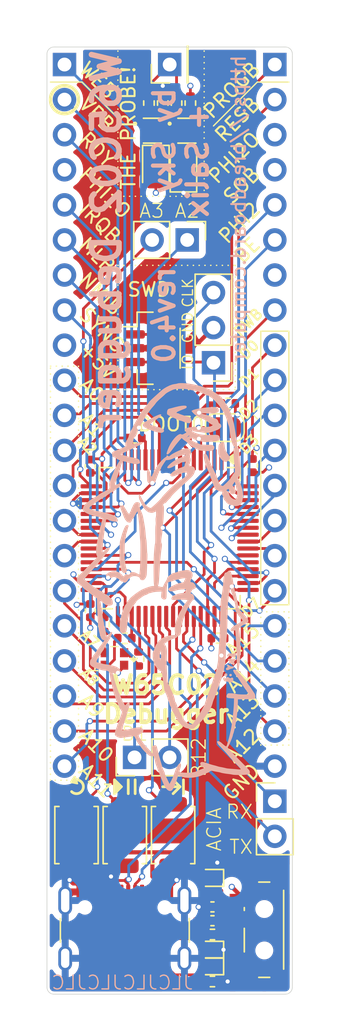
<source format=kicad_pcb>
(kicad_pcb (version 20241229) (generator "pcbnew") (generator_version "9.0")
  (layers (0 "F.Cu" signal) (4 "In1.Cu" signal) (6 "In2.Cu" signal) (2 "B.Cu" signal) (13 "F.Paste" user) (15 "B.Paste" user) (5 "F.SilkS" user "F.Silkscreen") (7 "B.SilkS" user "B.Silkscreen") (1 "F.Mask" user) (3 "B.Mask" user) (25 "Edge.Cuts" user))
  (net 0 "")
  (net 1 "GND")
  (net 2 "Net-(SW2-B)")
  (net 3 "/USB_DP")
  (net 4 "/USB_DM")
  (net 5 "Net-(D3-A)")
  (net 6 "+5V")
  (net 7 "Net-(D4-K)")
  (net 8 "/SWCLK")
  (net 9 "/SWDIO")
  (net 10 "Net-(J6-CC1)")
  (net 12 "Net-(J6-CC2)")
  (net 14 "Net-(J7-Pin_1)")
  (net 15 "Net-(Q1-C)")
  (net 16 "Net-(Q1-B)")
  (net 17 "Net-(Q2-B)")
  (net 18 "Net-(Q2-C)")
  (net 20 "/PB1")
  (net 21 "/PB12")
  (net 22 "/PA3")
  (net 23 "Net-(U1-NRST)")
  (net 24 "/PA2")
  (net 25 "/D7")
  (net 26 "/D2")
  (net 27 "/D0")
  (net 29 "/PHI2")
  (net 30 "/D1")
  (net 31 "/A15")
  (net 32 "/D4")
  (net 33 "/D5")
  (net 34 "/BE")
  (net 35 "/A14")
  (net 36 "/D3")
  (net 37 "/EEPROM_~{PROG}")
  (net 39 "/D6")
  (net 40 "/A12")
  (net 42 "/RWB")
  (net 43 "/RESB")
  (net 44 "/A13")
  (net 45 "/A11")
  (net 46 "/A10")
  (net 47 "/A8")
  (net 48 "/A6")
  (net 49 "/A1")
  (net 50 "/IRQB")
  (net 51 "/VPB")
  (net 52 "/MLB")
  (net 53 "/A7")
  (net 54 "/A4")
  (net 55 "/A0")
  (net 56 "/A3")
  (net 57 "/EEPROM_~{WE}")
  (net 58 "/NMIB")
  (net 59 "/A9")
  (net 60 "/RDY")
  (net 61 "/A5")
  (net 62 "/A2")
  (net 63 "/SYNC")
  (net 65 "Net-(JP1-B)")
  (net 66 "Net-(U1-PB10)")
  (net 67 "Net-(U1-PB11)")
  (net 68 "/RED")
  (net 69 "/GREEN")
  (net 70 "Net-(D1-RK)")
  (net 71 "/BLUE")
  (net 72 "Net-(D1-GK)")
  (net 73 "Net-(D1-BK)")
  (net 76 "Net-(D7-A2)")
  (net 77 "/ACIA_RX")
  (net 78 "/ACIA_TX")
  (footprint "Resistor_SMD:R_0402_1005Metric" (layer "F.Cu") (at 197.35 43.43 -90)
    (property "Reference" "R6")
    (property "Value" "10k")
  )
  (footprint "custom:Everlight_0606" (layer "F.Cu") (at 192.85 83.68)
    (property "Reference" "D1")
    (property "Value" "R6GHBHC-A01/2T")
  )
  (footprint "Resistor_SMD:R_0402_1005Metric" (layer "F.Cu") (at 192.1 81.18 -90)
    (property "Reference" "R3")
    (property "Value" "220")
  )
  (footprint "Resistor_SMD:R_0402_1005Metric" (layer "F.Cu") (at 201.1 65.18 180)
    (property "Reference" "R1")
    (property "Value" "10k")
  )
  (footprint "Capacitor_SMD:C_0402_1005Metric" (layer "F.Cu") (at 202.85 69.68 90)
    (property "Reference" "C1")
    (property "Value" "0.1u")
  )
  (footprint "Resistor_SMD:R_0402_1005Metric" (layer "F.Cu") (at 194.6 83.68 -90)
    (property "Reference" "R10")
    (property "Value" "330")
  )
  (footprint "Resistor_SMD:R_0402_1005Metric" (layer "F.Cu") (at 198.35 43.43 -90)
    (property "Reference" "R9")
    (property "Value" "1k")
  )
  (footprint "Capacitor_SMD:C_0402_1005Metric" (layer "F.Cu") (at 199.95 102.63 180)
    (property "Reference" "C5")
    (property "Value" "0.1u")
  )
  (footprint "Diode_SMD:D_SOD-882" (layer "F.Cu") (at 199.95 105.93 180)
    (property "Reference" "D6")
    (property "Value" "H7VL10B")
  )
  (footprint "custom:SW_Push_SPST_TS-1088" (layer "F.Cu") (at 197.1 96.43 90)
    (property "Reference" "SW3")
    (property "Value" "STEP")
  )
  (footprint "custom:SOT-523" (layer "F.Cu") (at 198.1 45.43)
    (property "Reference" "Q1")
    (property "Value" "MMBT2222A")
  )
  (footprint "custom:SW_Push_SPST_TS-1088" (layer "F.Cu") (at 193.6 96.43 90)
    (property "Reference" "SW4")
    (property "Value" "RUN")
  )
  (footprint "Connector_PinHeader_2.54mm:PinHeader_1x02_P2.54mm_Vertical" (layer "F.Cu") (at 204.47 93.98)
    (property "Reference" "J4")
    (property "Value" "Conn_01x02")
  )
  (footprint "Resistor_SMD:R_0402_1005Metric" (layer "F.Cu") (at 193.6 82.18 180)
    (property "Reference" "R5")
    (property "Value" "330")
  )
  (footprint "Capacitor_SMD:C_0402_1005Metric" (layer "F.Cu") (at 191.1 69.72 -90)
    (property "Reference" "C3")
    (property "Value" "0.1u")
  )
  (footprint "Capacitor_SMD:C_0402_1005Metric" (layer "F.Cu") (at 191.1 80.18 -90)
    (property "Reference" "C6")
    (property "Value" "0.1u")
  )
  (footprint "Jumper:SolderJumper-2_P1.3mm_Open_RoundedPad1.0x1.5mm" (layer "F.Cu") (at 200.85 66.93)
    (property "Reference" "JP1")
    (property "Value" "BOOT0")
  )
  (footprint "Connector_PinHeader_2.54mm:PinHeader_1x02_P2.54mm_Vertical" (layer "F.Cu") (at 194.305 90.805 90)
    (property "Reference" "J9")
    (property "Value" "Conn_01x02")
  )
  (footprint "Connector_PinHeader_2.54mm:PinHeader_1x03_P2.54mm_Vertical" (layer "F.Cu") (at 200.025 62.23 180)
    (property "Reference" "J2")
    (property "Value" "SWD")
  )
  (footprint "Resistor_SMD:R_0402_1005Metric" (layer "F.Cu") (at 195.35 43.43 -90)
    (property "Reference" "R8")
    (property "Value" "10k")
  )
  (footprint "Package_QFP:LQFP-64_10x10mm_P0.5mm" (layer "F.Cu") (at 196.85 74.93 -90)
    (property "Reference" "U1")
    (property "Value" "CH32F103R8T6")
  )
  (footprint "custom:SW_SPDT_PCM12" (layer "F.Cu") (at 203.378 103.284 90)
    (property "Reference" "SW2")
    (property "Value" "SSSS811101")
  )
  (footprint "Diode_SMD:D_SOD-882" (layer "F.Cu") (at 199.95 99.53 180)
    (property "Reference" "D7")
    (property "Value" "H7VL10B")
  )
  (footprint "LED_SMD:LED_0805_2012Metric" (layer "F.Cu") (at 195.85 48.18 -90)
    (property "Reference" "D4")
    (property "Value" "LOW")
  )
  (footprint "Capacitor_SMD:C_0402_1005Metric" (layer "F.Cu") (at 200.35 82.18 180)
    (property "Reference" "C7")
    (property "Value" "0.1u")
  )
  (footprint "custom:SOT-523" (layer "F.Cu") (at 195.6 45.43)
    (property "Reference" "Q2")
    (property "Value" "MMBT5401")
  )
  (footprint "Resistor_SMD:R_0402_1005Metric" (layer "F.Cu") (at 196.35 43.43 90)
    (property "Reference" "R7")
    (property "Value" "1k")
  )
  (footprint "Connector_PinHeader_2.54mm:PinHeader_1x02_P2.54mm_Vertical" (layer "F.Cu") (at 198.12 53.34 -90)
    (property "Reference" "J5")
    (property "Value" "Conn_01x02")
  )
  (footprint "Resistor_SMD:R_0402_1005Metric" (layer "F.Cu") (at 199.95 107.03)
    (property "Reference" "R2")
    (property "Value" "5.1k")
  )
  (footprint "Connector_PinHeader_2.54mm:PinHeader_1x01_P2.54mm_Vertical" (layer "F.Cu") (at 196.85 40.64 90)
    (property "Reference" "J7")
    (property "Value" "Conn_01x01")
  )
  (footprint "Capacitor_SMD:C_0402_1005Metric" (layer "F.Cu") (at 194.35 67.68)
    (property "Reference" "C2")
    (property "Value" "0.1u")
  )
  (footprint "Resistor_SMD:R_0402_1005Metric" (layer "F.Cu") (at 199.95 103.63 180)
    (property "Reference" "R4")
    (property "Value" "5.1k")
  )
  (footprint "Capacitor_SMD:C_0402_1005Metric" (layer "F.Cu") (at 199.95 101.63 180)
    (property "Reference" "C4")
    (property "Value" "10u")
  )
  (footprint "custom:SW_Push_SPST_TS-1088" (layer "F.Cu") (at 190.1 96.43 90)
    (property "Reference" "SW1")
    (property "Value" "RST")
  )
  (footprint "Diode_SMD:D_SOD-882" (layer "F.Cu") (at 199.95 104.73 180)
    (property "Reference" "D2")
    (property "Value" "H7VL10B")
  )
  (footprint "custom:USB_C_Receptacle_GCT_USB4105-xx-A_16P_TopMnt_Horizontal" (layer "F.Cu") (at 193.6 104.275)
    (property "Reference" "J6")
    (property "Value" "GT-USB-7010ASV")
  )
  (footprint "Fuse:Fuse_0402_1005Metric" (layer "F.Cu") (at 199.95 100.63 180)
    (property "Reference" "F1")
    (property "Value" "0402L050SL")
  )
  (footprint "LED_SMD:LED_0805_2012Metric" (layer "F.Cu") (at 197.85 48.18 90)
    (property "Reference" "D3")
    (property "Value" "HIGH")
  )
  (footprint "custom:JST_SH_BM03B-SRSS-TB_1x03-1MP_P1.00mm_Vertical" (layer "F.Cu") (at 195.6 61.18 -90)
    (property "Reference" "J1")
    (property "Value" "SWD-pico")
  )
  (footprint "custom:dergy" (layer "B.Cu") (at 196.596 78.486 -90)
    (property "Reference" "G***" (hide yes))
    (property "Value" "LOGO" (hide yes))
  )
  (footprint "custom:PinHeader_1x21_P2.54mm_Vertical_nosilk" (layer "B.Cu") (at 204.47 40.64 180)
    (property "Reference" "J3" (hide yes))
    (property "Value" "Conn_01x21")
  )
  (footprint "custom:PinHeader_1x21_P2.54mm_Vertical_nosilk" (layer "B.Cu") (at 189.23 40.64 180)
    (property "Reference" "J8" (hide yes))
    (property "Value" "Conn_01x21")
  )
  (gr_arc (start 189.746447 92.576447) (mid 190.599999 92.93) (end 189.746447 93.283553) (stroke (width 0.2)) (layer "F.SilkS"))
  (gr_rect (start 203.454 59.944) (end 205.486 79.756) (stroke (width 0.1)) (fill no) (layer "F.SilkS"))
  (gr_line (start 205.486 41.91) (end 203.2 41.91) (stroke (width 0.1)) (layer "F.SilkS"))
  (gr_circle (center 189.23 43.18) (end 188.214 43.18) (stroke (width 0.25)) (fill no) (layer "F.SilkS"))
  (gr_line (start 203.2 41.91) (end 200.025 45.085) (stroke (width 0.1)) (layer "F.SilkS"))
  (gr_line (start 193.1 50.18) (end 193.1 39.43) (stroke (width 0.1) (type dot)) (layer "F.SilkS"))
  (gr_line (start 197.85 92.43) (end 197.85 93.43) (stroke (width 0.2)) (layer "F.SilkS"))
  (gr_rect (start 203.454 80.264) (end 205.486 89.916) (stroke (width 0.1) (type dot)) (fill no) (layer "F.SilkS"))
  (gr_line (start 190.5 41.91) (end 193.04 44.45) (stroke (width 0.1)) (layer "F.SilkS"))
  (gr_line (start 202.946 66.04) (end 203.2 66.294) (stroke (width 0.1)) (layer "F.SilkS"))
  (gr_line (start 197.6 92.93) (end 197.1 93.43) (stroke (width 0.2)) (layer "F.SilkS"))
  (gr_line (start 193.85 93.43) (end 193.85 92.43) (stroke (width 0.2)) (layer "F.SilkS"))
  (gr_poly (pts (xy 189.746447 92.576448) (xy 190.107092 92.650779) (xy 189.973166 92.241349)) (stroke (width 0.2)) (fill yes) (layer "F.SilkS"))
  (gr_line (start 202.946 68.58) (end 203.2 68.834) (stroke (width 0.1)) (layer "F.SilkS"))
  (gr_line (start 193.1 50.18) (end 199.35 50.18) (stroke (width 0.1) (type dot)) (layer "F.SilkS"))
  (gr_line (start 196.35 92.93) (end 197.6 92.93) (stroke (width 0.2)) (layer "F.SilkS"))
  (gr_poly (pts (xy 193.35 92.93) (xy 192.85 93.43) (xy 192.85 92.43)) (stroke (width 0.2)) (fill yes) (layer "F.SilkS"))
  (gr_rect (start 193.1 55.18) (end 201.6 64.18) (stroke (width 0.1) (type dot)) (fill no) (layer "F.SilkS"))
  (gr_rect (start 188.214 62.48) (end 190.246 92.46) (stroke (width 0.1) (type dot)) (fill no) (layer "F.SilkS"))
  (gr_line (start 199.35 50.18) (end 199.35 39.43) (stroke (width 0.1) (type dot)) (layer "F.SilkS"))
  (gr_line (start 197.6 92.93) (end 197.1 92.43) (stroke (width 0.2)) (layer "F.SilkS"))
  (gr_line (start 194.35 93.43) (end 194.35 92.43) (stroke (width 0.2)) (layer "F.SilkS"))
  (gr_line (start 190.5 41.91) (end 188.214 41.91) (stroke (width 0.1)) (layer "F.SilkS"))
  (gr_arc (start 188.468 107.95) (mid 188.10879 107.80121) (end 187.96 107.442) (stroke (width 0.05)) (layer "Edge.Cuts"))
  (gr_line (start 205.74 39.878) (end 205.74 107.442) (stroke (width 0.05)) (layer "Edge.Cuts"))
  (gr_line (start 188.468 39.37) (end 205.232 39.37) (stroke (width 0.05)) (layer "Edge.Cuts"))
  (gr_arc (start 205.74 107.442) (mid 205.59121 107.80121) (end 205.232 107.95) (stroke (width 0.05)) (layer "Edge.Cuts"))
  (gr_line (start 187.96 39.878) (end 187.96 107.442) (stroke (width 0.05)) (layer "Edge.Cuts"))
  (gr_line (start 188.468 107.95) (end 205.232 107.95) (stroke (width 0.05)) (layer "Edge.Cuts"))
  (gr_arc (start 187.96 39.878) (mid 188.10879 39.51879) (end 188.468 39.37) (stroke (width 0.05)) (layer "Edge.Cuts"))
  (gr_arc (start 205.232 39.37) (mid 205.59121 39.51879) (end 205.74 39.878) (stroke (width 0.05)) (layer "Edge.Cuts"))
  (gr_text "W65C02\nDebugger" (at 196.596 86.614 0) (layer "F.SilkS") (effects (font (size 1.3 1.3) (thickness 0.3) (bold yes))))
  (gr_text "RX" (at 202.946 94.742 0) (layer "F.SilkS") (effects (font (size 1 1) (thickness 0.1)) (justify right)))
  (gr_text "PHI1O" (at 190.5 48.26 315) (layer "F.SilkS") (effects (font (size 1 1)) (justify left)))
  (gr_text "TX" (at 202.946 97.282 0) (layer "F.SilkS") (effects (font (size 1 1) (thickness 0.1)) (justify right)))
  (gr_text "A7" (at 190.5 81.68 315) (layer "F.SilkS") (effects (font (size 0.75 0.75)) (justify left)))
  (gr_text "A9" (at 190.5 86.36 -45) (layer "F.SilkS") (effects (font (size 1 1)) (justify left)))
  (gr_text "VPB" (at 190.5 43.18 -45) (layer "F.SilkS") (effects (font (size 1 1)) (justify left)))
  (gr_text "A14" (at 203.2 83.82 45) (layer "F.SilkS") (effects (font (size 1 1)) (justify right)))
  (gr_text "PHI2O" (at 203.2 45.72 45) (layer "F.SilkS") (effects (font (size 1 1)) (justify right)))
  (gr_text "D7" (at 203.35 79.375 45) (layer "F.SilkS") (effects (font (size 0.75 0.75)) (justify right)))
  (gr_text "D2" (at 203.2 65.024 45) (layer "F.SilkS") (effects (font (size 0.75 0.75)) (justify right)))
  (gr_text "+5V" (at 190.5 60.96 -45) (layer "F.SilkS") (effects (font (size 1 1)) (justify left)))
  (gr_text "ACIA" (at 200.66 96.012 90) (layer "F.SilkS") (effects (font (size 1 1) (thickness 0.1)) (justify bottom)))
  (gr_text "PROGB" (at 203.2 40.64 45) (layer "F.SilkS") (effects (font (size 1 1)) (justify right)))
  (gr_text "PHI2" (at 203.2 50.8 45) (layer "F.SilkS") (effects (font (size 1 1)) (justify right)))
  (gr_text "B1" (at 194.31 89.68 0) (layer "F.SilkS") (effects (font (size 1 1) (thickness 0.1)) (justify bottom)))
  (gr_text "A11" (at 190.5 91.44 -45) (layer "F.SilkS") (effects (font (size 1 1)) (justify left)))
  (gr_text "SOB" (at 203.2 48.26 45) (layer "F.SilkS") (effects (font (size 1 1)) (justify right)))
  (gr_text "A1" (at 190.5 66.04 315) (layer "F.SilkS") (effects (font (size 1 1)) (justify left)))
  (gr_text "D0" (at 203.2 60.706 45) (layer "F.SilkS") (effects (font (size 0.75 0.75)) (justify right)))
  (gr_text "GND" (at 198.6 59.68 90) (layer "F.SilkS") (effects (font (size 0.75 0.75) (thickness 0.1)) (justify bottom)))
  (gr_text "IRQB" (at 190.5 50.8 -45) (layer "F.SilkS") (effects (font (size 1 1)) (justify left)))
  (gr_text "SYNC" (at 190.5 58.42 -45) (layer "F.SilkS") (effects (font (size 1 1)) (justify left)))
  (gr_text "B12" (at 198.374 90.805 90) (layer "F.SilkS") (effects (font (size 1 1) (thickness 0.1)) (justify top)))
  (gr_text "RESB" (at 203.2 43.18 45) (layer "F.SilkS") (effects (font (size 1 1)) (justify right)))
  (gr_text "A12" (at 203.2 88.9 45) (layer "F.SilkS") (effects (font (size 1 1)) (justify right)))
  (gr_text "MLB" (at 190.5 53.34 -45) (layer "F.SilkS") (effects (font (size 1 1)) (justify left)))
  (gr_text "A10" (at 190.5 88.9 -45) (layer "F.SilkS") (effects (font (size 1 1)) (justify left)))
  (gr_text "D1" (at 203.2 62.738 45) (layer "F.SilkS") (effects (font (size 0.75 0.75)) (justify right)))
  (gr_text "BE" (at 203.2 53.34 45) (layer "F.SilkS") (effects (font (size 1 1)) (justify right)))
  (gr_text "A3" (at 195.55 51.816 0) (layer "F.SilkS") (effects (font (size 1 1) (thickness 0.1)) (justify bottom)))
  (gr_text "CLK" (at 198.6 57.18 90) (layer "F.SilkS") (effects (font (size 0.75 0.75) (thickness 0.1)) (justify bottom)))
  (gr_text "RDY" (at 190.5 45.72 -45) (layer "F.SilkS") (effects (font (size 1 1)) (justify left)))
  (gr_text "A2" (at 198.12 51.816 0) (layer "F.SilkS") (effects (font (size 1 1) (thickness 0.1)) (justify bottom)))
  (gr_text "A13" (at 203.2 86.36 45) (layer "F.SilkS") (effects (font (size 1 1)) (justify right)))
  (gr_text "IO" (at 198.6 62.18 90) (layer "F.SilkS") (effects (font (size 0.75 0.75) (thickness 0.1)) (justify bottom)))
  (gr_text "A2" (at 190.35 67.68 315) (layer "F.SilkS") (effects (font (size 0.75 0.75)) (justify left)))
  (gr_text "WEB" (at 190.5 40.64 -45) (layer "F.SilkS") (effects (font (size 1 1)) (justify left)))
  (gr_text "NMIB" (at 190.5 55.88 -45) (layer "F.SilkS") (effects (font (size 1 1)) (justify left)))
  (gr_text "A0" (at 190.5 63.5 -45) (layer "F.SilkS") (effects (font (size 1 1)) (justify left)))
  (gr_text "A15" (at 203.2 81.28 45) (layer "F.SilkS") (effects (font (size 1 1)) (justify right)))
  (gr_text "A8" (at 190.5 84.455 -45) (layer "F.SilkS") (effects (font (size 0.75 0.75)) (justify left)))
  (gr_text "GND" (at 203.2 91.44 45) (layer "F.SilkS") (effects (font (size 1 1)) (justify right)))
  (gr_text "SWD" (at 195.35 56.93 0) (layer "F.SilkS") (effects (font (size 1 1))))
  (gr_text "RWB" (at 203.454 58.42 45) (layer "F.SilkS") (effects (font (size 0.75 0.75)) (justify right)))
  (gr_text "THE PROBE!" (at 193.85 40.68 90) (layer "F.SilkS") (effects (font (size 1 1)) (justify right)))
  (gr_text "D3" (at 203.2 67.564 45) (layer "F.SilkS") (effects (font (size 0.75 0.75)) (justify right)))
  (gr_text "https://breadboard.computer" (at 202.438 39.878 90) (layer "B.SilkS") (effects (font (size 1 1)) (justify left bottom mirror)))
  (gr_text "Sky\nSalix" (at 195.58 45.974 90) (layer "B.SilkS") (effects (font (size 1.5 1.5) (thickness 0.3) (bold yes)) (justify left top mirror)))
  (gr_text "by\n +" (at 195.58 42.164 90) (layer "B.SilkS") (effects (font (size 1.5 1.5) (thickness 0.3) (bold yes)) (justify left top mirror)))
  (gr_text "JLCJLCJLCJLC" (at 198.628 107.696 0) (layer "B.SilkS") (effects (font (size 1 1) (thickness 0.1)) (justify left bottom mirror)))
  (gr_text "W65C02 Debugger" (at 192.278 39.37 90) (layer "B.SilkS") (effects (font (size 2 2) (thickness 0.4) (bold yes)) (justify left mirror)))
  (gr_text "rev4.0" (at 195.58 55.118 90) (layer "B.SilkS") (effects (font (size 1.5 1.5) (thickness 0.3) (bold yes)) (justify left top mirror)))
  (segment (start 189.6 99.68) (end 189.85 99.93) (width 0.3) (layer "F.Cu") (net 1))
  (segment (start 191.718514 79.444065) (end 191.718514 80.041486) (width 0.2) (layer "F.Cu") (net 1))
  (segment (start 191.1 80.66) (end 191.1 81.43) (width 0.2) (layer "F.Cu") (net 1))
  (segment (start 196.8 100.5475) (end 196.8 100.23) (width 0.3) (layer "F.Cu") (net 1))
  (segment (start 200.3 103.79) (end 200.46 103.63) (width 0.2) (layer "F.Cu") (net 1))
  (segment (start 190.4 100.23) (end 190.4 100.5475) (width 0.3) (layer "F.Cu") (net 1))
  (segment (start 195.1 67.95) (end 195.1 69.255) (width 0.2) (layer "F.Cu") (net 1))
  (segment (start 191.503824 70.2) (end 192.251 70.947176) (width 0.2) (layer "F.Cu") (net 1))
  (segment (start 196.35 42.92) (end 196.35 42.18) (width 0.2) (layer "F.Cu") (net 1))
  (segment (start 199.87 82.91) (end 199.87 82.18) (width 0.2) (layer "F.Cu") (net 1))
  (segment (start 202.525 71.68) (end 201.716176 71.68) (width 0.2) (layer "F.Cu") (net 1))
  (segment (start 202.715 69.2) (end 202.85 69.2) (width 0.2) (layer "F.Cu") (net 1))
  (segment (start 200.3 105.93) (end 200.3 104.73) (width 0.2) (layer "F.Cu") (net 1))
  (segment (start 197.1 98.655) (end 197.1 99.43) (width 0.2) (layer "F.Cu") (net 1))
  (segment (start 200.75 104.73) (end 200.3 104.73) (width 0.2) (layer "F.Cu") (net 1))
  (segment (start 191.175 71.68) (end 190.366176 71.68) (width 0.2) (layer "F.Cu") (net 1))
  (segment (start 201.05 107.03) (end 200.46 107.03) (width 0.2) (layer "F.Cu") (net 1))
  (segment (start 201.449 71.412824) (end 201.449 70.8981) (width 0.2) (layer "F.Cu") (net 1))
  (segment (start 192.251 71.412824) (end 191.983824 71.68) (width 0.2) (layer "F.Cu") (net 1))
  (segment (start 202.00855 70.33855) (end 202.00855 69.90645) (width 0.2) (layer "F.Cu") (net 1))
  (segment (start 191.175 78.18) (end 191.983824 78.18) (width 0.2) (layer "F.Cu") (net 1))
  (segment (start 202.00855 69.90645) (end 202.715 69.2) (width 0.2) (layer "F.Cu") (net 1))
  (segment (start 203.149486 68.39918) (end 203.13082 68.39918) (width 0.2) (layer "F.Cu") (net 1))
  (segment (start 190.366176 71.68) (end 189.85 72.196176) (width 0.2) (layer "F.Cu") (net 1))
  (segment (start 189.6 99.68) (end 190.1 99.18) (width 0.2) (layer "F.Cu") (net 1))
  (segment (start 200.46 103.62) (end 199.47 102.63) (width 0.2) (layer "F.Cu") (net 1))
  (segment (start 199.47 102.63) (end 199.47 101.63) (width 0.2) (layer "F.Cu") (net 1))
  (segment (start 191.983824 78.18) (end 192.251 78.447176) (width 0.2) (layer "F.Cu") (net 1))
  (segment (start 203.13082 68.39918) (end 202.85 68.68) (width 0.2) (layer "F.Cu") (net 1))
  (segment (start 192.251 78.447176) (end 192.251 78.911579) (width 0.2) (layer "F.Cu") (net 1))
  (segment (start 189.9025 100.5475) (end 189.28 101.17) (width 0.3) (layer "F.Cu") (net 1))
  (segment (start 200.46 103.63) (end 200.46 103.62) (width 0.2) (layer "F.Cu") (net 1))
  (segment (start 202.85 68.68) (end 202.85 69.2) (width 0.2) (layer "F.Cu") (net 1))
  (segment (start 200.3 98.425) (end 200.3 99.53) (width 0.3) (layer "F.Cu") (net 1))
  (segment (start 200.3 106.87) (end 200.3 105.93) (width 0.2) (layer "F.Cu") (net 1))
  (segment (start 192.251 70.947176) (end 192.251 71.412824) (width 0.2) (layer "F.Cu") (net 1))
  (segment (start 189.85 99.93) (end 190.1 99.93) (width 0.3) (layer "F.Cu") (net 1))
  (segment (start 193.6 98.655) (end 193.375 98.655) (width 0.2) (layer "F.Cu") (net 1))
  (segment (start 190.4 100.5475) (end 189.9025 100.5475) (width 0.3) (layer "F.Cu") (net 1))
  (segment (start 190.1 99.18) (end 190.1 98.655) (width 0.2) (layer "F.Cu") (net 1))
  (segment (start 197.1 99.43) (end 197.35 99.68) (width 0.2) (layer "F.Cu") (net 1))
  (segment (start 200.46 107.03) (end 200.3 106.87) (width 0.2) (layer "F.Cu") (net 1))
  (segment (start 200.3 104.73) (end 200.3 103.79) (width 0.2) (layer "F.Cu") (net 1))
  (segment (start 191.718514 80.041486) (end 191.1 80.66) (width 0.2) (layer "F.Cu") (net 1))
  (segment (start 196.8 100.23) (end 197.35 99.68) (width 0.3) (layer "F.Cu") (net 1))
  (segment (start 200.1 81.95) (end 199.87 82.18) (width 0.2) (layer "F.Cu") (net 1))
  (segment (start 192.251 78.911579) (end 191.718514 79.444065) (width 0.2) (layer "F.Cu") (net 1))
  (segment (start 191.1 70.2) (end 191.503824 70.2) (width 0.2) (layer "F.Cu") (net 1))
  (segment (start 198.977702 65.802298) (end 199.6 65.18) (width 0.2) (layer "F.Cu") (net 1))
  (segment (start 189.879634 77.556974) (end 189.861105 77.575503) (width 0.2) (layer "F.Cu") (net 1))
  (segment (start 198.977702 65.849383) (end 198.977702 65.802298) (width 0.2) (layer "F.Cu") (net 1))
  (segment (start 194.83 67.68) (end 194.83 67.135) (width 0.2) (layer "F.Cu") (net 1))
  (segment (start 199.6 65.18) (end 200.59 65.18) (width 0.2) (layer "F.Cu") (net 1))
  (segment (start 190.35 78.18) (end 191.175 78.18) (width 0.2) (layer "F.Cu") (net 1))
  (segment (start 189.861105 77.575503) (end 189.861105 77.691105) (width 0.2) (layer "F.Cu") (net 1))
  (segment (start 201.449 70.8981) (end 202.00855 70.33855) (width 0.2) (layer "F.Cu") (net 1))
  (segment (start 194.83 67.68) (end 195.1 67.95) (width 0.2) (layer "F.Cu") (net 1))
  (segment (start 194.83 67.135) (end 194.625 66.93) (width 0.2) (layer "F.Cu") (net 1))
  (segment (start 199.47 101.63) (end 198.95 101.63) (width 0.2) (layer "F.Cu") (net 1))
  (segment (start 201.716176 71.68) (end 201.449 71.412824) (width 0.2) (layer "F.Cu") (net 1))
  (segment (start 190.1 99.93) (end 190.4 100.23) (width 0.3) (layer "F.Cu") (net 1))
  (segment (start 197.85 49.1175) (end 197.85 49.93) (width 0.2) (layer "F.Cu") (net 1))
  (segment (start 189.861105 77.691105) (end 190.35 78.18) (width 0.2) (layer "F.Cu") (net 1))
  (segment (start 204.47 91.44) (end 201.93 91.44) (width 0.3) (layer "F.Cu") (net 1))
  (segment (start 200.1 80.605) (end 200.1 81.95) (width 0.2) (layer "F.Cu") (net 1))
  (segment (start 193.375 98.655) (end 192.6 99.43) (width 0.2) (layer "F.Cu") (net 1))
  (segment (start 189.85 72.196176) (end 189.85 72.43) (width 0.2) (layer "F.Cu") (net 1))
  (segment (start 200.025 59.69) (end 198.983575 60.731425) (width 0.3) (layer "F.Cu") (net 1))
  (segment (start 198.983575 60.731425) (end 198.410737 60.731425) (width 0.3) (layer "F.Cu") (net 1))
  (segment (start 191.983824 71.68) (end 191.175 71.68) (width 0.2) (layer "F.Cu") (net 1))
  (via (at 192.6 99.43) (size 0.45) (drill 0.3) (layers "F.Cu" "B.Cu") (net 1))
  (via (at 199.87 82.91) (size 0.45) (drill 0.3) (layers "F.Cu" "B.Cu") (net 1))
  (via (at 191.1 81.43) (size 0.45) (drill 0.3) (layers "F.Cu" "B.Cu") (net 1))
  (via (at 197.35 99.68) (size 0.45) (drill 0.3) (layers "F.Cu" "B.Cu") (net 1))
  (via (at 189.879634 77.556974) (size 0.45) (drill 0.3) (layers "F.Cu" "B.Cu") (net 1))
  (via (at 194.625 66.93) (size 0.45) (drill 0.3) (layers "F.Cu" "B.Cu") (net 1))
  (via (at 189.6 99.68) (size 0.45) (drill 0.3) (layers "F.Cu" "B.Cu") (net 1))
  (via (at 203.149486 68.39918) (size 0.45) (drill 0.3) (layers "F.Cu" "B.Cu") (net 1))
  (via (at 196.35 42.18) (size 0.45) (drill 0.3) (layers "F.Cu" "B.Cu") (net 1))
  (via (at 200.3 98.425) (size 0.45) (drill 0.3) (layers "F.Cu" "B.Cu") (net 1))
  (via (at 201.05 107.03) (size 0.45) (drill 0.3) (layers "F.Cu" "B.Cu") (net 1))
  (via (at 200.75 104.73) (size 0.45) (drill 0.3) (layers "F.Cu" "B.Cu") (net 1))
  (via (at 197.85 49.93) (size 0.45) (drill 0.3) (layers "F.Cu" "B.Cu") (net 1))
  (via (at 198.977702 65.849383) (size 0.45) (drill 0.3) (layers "F.Cu" "B.Cu") (net 1))
  (via (at 189.85 72.43) (size 0.45) (drill 0.3) (layers "F.Cu" "B.Cu") (net 1))
  (via (at 198.95 101.63) (size 0.45) (drill 0.3) (layers "F.Cu" "B.Cu") (net 1))
  (segment (start 203.2 91.44) (end 201.93 90.17) (width 0.3) (layer "B.Cu") (net 1))
  (segment (start 204.47 91.44) (end 203.2 91.44) (width 0.3) (layer "B.Cu") (net 1))
  (segment (start 201.852 102.63) (end 201.948 102.534) (width 0.3) (layer "F.Cu") (net 2))
  (segment (start 200.435 101.625) (end 200.43 101.63) (width 0.3) (layer "F.Cu") (net 2))
  (segment (start 200.43 101.63) (end 200.43 102.63) (width 0.3) (layer "F.Cu") (net 2))
  (segment (start 200.43 102.63) (end 201.852 102.63) (width 0.3) (layer "F.Cu") (net 2))
  (segment (start 200.435 100.63) (end 200.435 101.625) (width 0.3) (layer "F.Cu") (net 2))
  (segment (start 198.8 103.93) (end 199.6 104.73) (width 0.2) (layer "F.Cu") (net 3))
  (segment (start 193.35 100.595) (end 193.35 101.203824) (width 0.2) (layer "F.Cu") (net 3))
  (segment (start 199.071232 82.908768) (end 199.1 82.88) (width 0.2) (layer "F.Cu") (net 3))
  (segment (start 194.082824 102.475324) (end 195.5375 103.93) (width 0.2) (layer "F.Cu") (net 3))
  (segment (start 194.082824 101.471) (end 194.082824 102.475324) (width 0.2) (layer "F.Cu") (net 3))
  (segment (start 193.35 101.203824) (end 193.617176 101.471) (width 0.2) (layer "F.Cu") (net 3))
  (segment (start 199.1 82.88) (end 199.1 80.605) (width 0.2) (layer "F.Cu") (net 3))
  (segment (start 194.85 99.43) (end 194.656176 99.623824) (width 0.2) (layer "F.Cu") (net 3))
  (segment (start 194.35 99.986176) (end 194.35 100.595) (width 0.2) (layer "F.Cu") (net 3))
  (segment (start 193.617176 101.471) (end 194.082824 101.471) (width 0.2) (layer "F.Cu") (net 3))
  (segment (start 194.082824 101.471) (end 194.35 101.203824) (width 0.2) (layer "F.Cu") (net 3))
  (segment (start 194.656176 99.623824) (end 194.656176 99.68) (width 0.2) (layer "F.Cu") (net 3))
  (segment (start 194.656176 99.68) (end 194.35 99.986176) (width 0.2) (layer "F.Cu") (net 3))
  (segment (start 194.35 101.203824) (end 194.35 100.595) (width 0.2) (layer "F.Cu") (net 3))
  (segment (start 195.5375 103.93) (end 198.8 103.93) (width 0.2) (layer "F.Cu") (net 3))
  (via (at 199.071232 82.908768) (size 0.45) (drill 0.3) (layers "F.Cu" "B.Cu") (net 3))
  (via (at 194.85 99.43) (size 0.45) (drill 0.3) (layers "F.Cu" "B.Cu") (net 3))
  (segment (start 198.43244 83.54756) (end 198.43244 85.74372) (width 0.2) (layer "B.Cu") (net 3))
  (segment (start 198.85 86.16128) (end 198.85 94.93) (width 0.2) (layer "B.Cu") (net 3))
  (segment (start 199.071232 82.908768) (end 198.43244 83.54756) (width 0.2) (layer "B.Cu") (net 3))
  (segment (start 198.43244 85.74372) (end 198.85 86.16128) (width 0.2) (layer "B.Cu") (net 3))
  (segment (start 198.85 94.93) (end 194.85 98.93) (width 0.2) (layer "B.Cu") (net 3))
  (segment (start 194.85 98.93) (end 194.85 99.43) (width 0.2) (layer "B.Cu") (net 3))
  (segment (start 197.221 106.551) (end 198.979 106.551) (width 0.2) (layer "F.Cu") (net 4))
  (segment (start 192.85 100.595) (end 192.85 102.18) (width 0.2) (layer "F.Cu") (net 4))
  (segment (start 192.85 100.595) (end 192.85 99.986176) (width 0.2) (layer "F.Cu") (net 4))
  (segment (start 192.85 102.18) (end 197.221 106.551) (width 0.2) (layer "F.Cu") (net 4))
  (segment (start 193.842356 99.589734) (end 193.71209 99.589734) (width 0.2) (layer "F.Cu") (net 4))
  (segment (start 193.88407 99.631448) (end 193.842356 99.589734) (width 0.2) (layer "F.Cu") (net 4))
  (segment (start 193.85 99.986176) (end 193.85 100.595) (width 0.2) (layer "F.Cu") (net 4))
  (segment (start 193.117176 99.719) (end 193.582824 99.719) (width 0.2) (layer "F.Cu") (net 4))
  (segment (start 193.582824 99.719) (end 193.85 99.986176) (width 0.2) (layer "F.Cu") (net 4))
  (segment (start 198.979 106.551) (end 199.6 105.93) (width 0.2) (layer "F.Cu") (net 4))
  (segment (start 193.71209 99.589734) (end 193.582824 99.719) (width 0.2) (layer "F.Cu") (net 4))
  (segment (start 198.5 82.28) (end 198.6 82.18) (width 0.2) (layer "F.Cu") (net 4))
  (segment (start 192.85 99.986176) (end 193.117176 99.719) (width 0.2) (layer "F.Cu") (net 4))
  (segment (start 198.6 82.18) (end 198.6 80.605) (width 0.2) (layer "F.Cu") (net 4))
  (via (at 198.5 82.28) (size 0.45) (drill 0.3) (layers "F.Cu" "B.Cu") (net 4))
  (via (at 193.88407 99.631448) (size 0.45) (drill 0.3) (layers "F.Cu" "B.Cu") (net 4))
  (segment (start 198.35 86.93) (end 197.6 86.18) (width 0.2) (layer "B.Cu") (net 4))
  (segment (start 193.88407 98.64593) (end 198.35 94.18) (width 0.2) (layer "B.Cu") (net 4))
  (segment (start 197.6 83.18) (end 198.5 82.28) (width 0.2) (layer "B.Cu") (net 4))
  (segment (start 197.6 86.18) (end 197.6 83.18) (width 0.2) (layer "B.Cu") (net 4))
  (segment (start 198.35 94.18) (end 198.35 86.93) (width 0.2) (layer "B.Cu") (net 4))
  (segment (start 193.88407 99.631448) (end 193.88407 98.64593) (width 0.2) (layer "B.Cu") (net 4))
  (segment (start 197.455 45.93) (end 197.455 46.8475) (width 0.2) (layer "F.Cu") (net 5))
  (segment (start 197.455 46.8475) (end 197.85 47.2425) (width 0.2) (layer "F.Cu") (net 5))
  (segment (start 191.175 79.625) (end 191.1 79.7) (width 0.2) (layer "F.Cu") (net 6))
  (segment (start 190.172388 79.7) (end 191.1 79.7) (width 0.2) (layer "F.Cu") (net 6))
  (segment (start 202.525 70.485) (end 202.85 70.16) (width 0.2) (layer "F.Cu") (net 6))
  (segment (start 200.6 80.605) (end 200.6 81.95) (width 0.2) (layer "F.Cu") (net 6))
  (segment (start 198.975984 66.93) (end 198.959569 66.946415) (width 0.2) (layer "F.Cu") (net 6))
  (segment (start 200.2 66.93) (end 198.975984 66.93) (width 0.2) (layer "F.Cu") (net 6))
  (segment (start 191.953767 69.188936) (end 191.953767 68.826233) (width 0.2) (layer "F.Cu") (net 6))
  (segment (start 202.525 71.18) (end 202.525 70.485) (width 0.2) (layer "F.Cu") (net 6))
  (segment (start 200.6 82.93) (end 200.83 82.7) (width 0.2) (layer "F.Cu") (net 6))
  (segment (start 204.051299 69.816291) (end 203.963709 69.816291) (width 0.2) (layer "F.Cu") (net 6))
  (segment (start 201.948 101.034) (end 201.948 100.778) (width 0.3) (layer "F.Cu") (net 6))
  (segment (start 200.83 82.7) (end 200.83 82.18) (width 0.2) (layer "F.Cu") (net 6))
  (segment (start 203.62 70.16) (end 202.85 70.16) (width 0.2) (layer "F.Cu") (net 6))
  (segment (start 190.114057 79.758331) (end 190.172388 79.7) (width 0.2) (layer "F.Cu") (net 6))
  (segment (start 191.175 78.68) (end 191.175 79.625) (width 0.2) (layer "F.Cu") (net 6))
  (segment (start 203.963709 69.816291) (end 203.62 70.16) (width 0.2) (layer "F.Cu") (net 6))
  (segment (start 192.652 71.628) (end 192.1 72.18) (width 0.2) (layer "F.Cu") (net 6))
  (segment (start 192.652 70.732) (end 192.652 71.628) (width 0.2) (layer "F.Cu") (net 6))
  (segment (start 200.6 81.95) (end 200.83 82.18) (width 0.2) (layer "F.Cu") (net 6))
  (segment (start 200.6 67.33) (end 200.6 69.255) (width 0.2) (layer "F.Cu") (net 6))
  (segment (start 193.1 67.68) (end 193.87 67.68) (width 0.2) (layer "F.Cu") (net 6))
  (segment (start 195.85 49.1175) (end 195.85 49.93) (width 0.2) (layer "F.Cu") (net 6))
  (segment (start 200.6 83.43) (end 200.6 82.93) (width 0.2) (layer "F.Cu") (net 6))
  (segment (start 194.6 68.41) (end 194.6 69.255) (width 0.2) (layer "F.Cu") (net 6))
  (segment (start 191.953767 69.188936) (end 191.151064 69.188936) (width 0.2) (layer "F.Cu") (net 6))
  (segment (start 193.1 84.68) (end 193.55 84.23) (width 0.2) (layer "F.Cu") (net 6))
  (segment (start 200.2 66.93) (end 200.6 67.33) (width 0.2) (layer "F.Cu") (net 6))
  (segment (start 201.948 100.778) (end 201.35 100.18) (width 0.3) (layer "F.Cu") (net 6))
  (segment (start 191.953767 70.033767) (end 192.652 70.732) (width 0.2) (layer "F.Cu") (net 6))
  (segment (start 191.953767 69.188936) (end 191.953767 70.033767) (width 0.2) (layer "F.Cu") (net 6))
  (segment (start 193.87 67.68) (end 194.6 68.41) (width 0.2) (layer "F.Cu") (net 6))
  (segment (start 192.1 72.18) (end 191.175 72.18) (width 0.2) (layer "F.Cu") (net 6))
  (segment (start 191.953767 68.826233) (end 193.1 67.68) (width 0.2) (layer "F.Cu") (net 6))
  (segment (start 191.151064 69.188936) (end 191.1 69.24) (width 0.2) (layer "F.Cu") (net 6))
  (segment (start 198.35 42.92) (end 198.35 42.18) (width 0.2) (layer "F.Cu") (net 6))
  (segment (start 193.55 84.23) (end 193.55 84.13) (width 0.2) (layer "F.Cu") (net 6))
  (via (at 191.953767 69.188936) (size 0.45) (drill 0.3) (layers "F.Cu" "B.Cu") (net 6))
  (via (at 193.1 84.68) (size 0.45) (drill 0.3) (layers "F.Cu" "B.Cu") (net 6))
  (via (at 190.114057 79.758331) (size 0.45) (drill 0.3) (layers "F.Cu" "B.Cu") (net 6))
  (via (at 201.35 100.18) (size 0.45) (drill 0.3) (layers "F.Cu" "B.Cu") (net 6))
  (via (at 198.959569 66.946415) (size 0.45) (drill 0.3) (layers "F.Cu" "B.Cu") (net 6))
  (via (at 204.051299 69.816291) (size 0.45) (drill 0.3) (layers "F.Cu" "B.Cu") (net 6))
  (via (at 198.35 42.18) (size 0.45) (drill 0.3) (layers "F.Cu" "B.Cu") (net 6))
  (via (at 195.85 49.93) (size 0.45) (drill 0.3) (layers "F.Cu" "B.Cu") (net 6))
  (via (at 200.6 83.43) (size 0.45) (drill 0.3) (layers "F.Cu" "B.Cu") (net 6))
  (segment (start 195.85 46.825) (end 194.955 45.93) (width 0.2) (layer "F.Cu") (net 7))
  (segment (start 195.85 47.2425) (end 195.85 46.825) (width 0.2) (layer "F.Cu") (net 7))
  (segment (start 201.35 78.43) (end 201.6 78.68) (width 0.2) (layer "F.Cu") (net 8))
  (segment (start 201.6 78.68) (end 202.525 78.68) (width 0.2) (layer "F.Cu") (net 8))
  (segment (start 197.44 60.18) (end 194.275 60.18) (width 0.2) (layer "F.Cu") (net 8))
  (segment (start 200.025 57.15) (end 200.025 57.595) (width 0.2) (layer "F.Cu") (net 8))
  (segment (start 200.025 57.595) (end 197.44 60.18) (width 0.2) (layer "F.Cu") (net 8))
  (via (at 201.35 78.43) (size 0.45) (drill 0.3) (layers "F.Cu" "B.Cu") (net 8))
  (segment (start 198.35 75.93) (end 198.35 71.18) (width 0.2) (layer "B.Cu") (net 8))
  (segment (start 198.6 63.43) (end 198.6 59.02) (width 0.2) (layer "B.Cu") (net 8))
  (segment (start 200.025 57.595) (end 200.025 57.15) (width 0.2) (layer "B.Cu") (net 8))
  (segment (start 199.601 69.929) (end 199.601 64.431) (width 0.2) (layer "B.Cu") (net 8))
  (segment (start 201.35 78.43) (end 200.85 78.43) (width 0.2) (layer "B.Cu") (net 8))
  (segment (start 198.35 71.18) (end 199.601 69.929) (width 0.2) (layer "B.Cu") (net 8))
  (segment (start 200.85 78.43) (end 198.35 75.93) (width 0.2) (layer "B.Cu") (net 8))
  (segment (start 199.601 64.431) (end 198.6 63.43) (width 0.2) (layer "B.Cu") (net 8))
  (segment (start 198.6 59.02) (end 200.025 57.595) (width 0.2) (layer "B.Cu") (net 8))
  (segment (start 199.6 77.93) (end 199.6 80.605) (width 0.2) (layer "F.Cu") (net 9))
  (segment (start 200.1 76.43) (end 200.1 77.43) (width 0.2) (layer "F.Cu") (net 9))
  (segment (start 200.025 62.23) (end 199.57 62.23) (width 0.2) (layer "F.Cu") (net 9))
  (segment (start 200.1 77.43) (end 199.6 77.93) (width 0.2) (layer "F.Cu") (net 9))
  (segment (start 199.57 62.23) (end 199.52 62.18) (width 0.2) (layer "F.Cu") (net 9))
  (segment (start 199.52 62.18) (end 194.275 62.18) (width 0.2) (layer "F.Cu") (net 9))
  (via (at 200.1 76.43) (size 0.45) (drill 0.3) (layers "F.Cu" "B.Cu") (net 9))
  (segment (start 200.1 76.43) (end 198.85 75.18) (width 0.2) (layer "B.Cu") (net 9))
  (segment (start 200.1 70.18) (end 200.1 62.76) (width 0.2) (layer "B.Cu") (net 9))
  (segment (start 198.85 71.43) (end 200.1 70.18) (width 0.2) (layer "B.Cu") (net 9))
  (segment (start 200.025 62.685) (end 200.025 62.23) (width 0.2) (layer "B.Cu") (net 9))
  (segment (start 200.1 62.76) (end 200.025 62.685) (width 0.2) (layer "B.Cu") (net 9))
  (segment (start 198.85 75.18) (end 198.85 71.43) (width 0.2) (layer "B.Cu") (net 9))
  (segment (start 192.35 100.595) (end 192.35 102.68) (width 0.2) (layer "F.Cu") (net 10))
  (segment (start 196.7 107.03) (end 199.44 107.03) (width 0.2) (layer "F.Cu") (net 10))
  (segment (start 192.35 102.68) (end 196.7 107.03) (width 0.2) (layer "F.Cu") (net 10))
  (segment (start 196.1 103.43) (end 199.24 103.43) (width 0.2) (layer "F.Cu") (net 12))
  (segment (start 199.24 103.43) (end 199.44 103.63) (width 0.2) (layer "F.Cu") (net 12))
  (segment (start 195.35 100.595) (end 195.35 102.68) (width 0.2) (layer "F.Cu") (net 12))
  (segment (start 195.35 102.68) (end 196.1 103.43) (width 0.2) (layer "F.Cu") (net 12))
  (segment (start 196.85 40.64) (end 195.35 42.14) (width 0.2) (layer "F.Cu") (net 14))
  (segment (start 195.35 42.14) (end 195.35 42.92) (width 0.2) (layer "F.Cu") (net 14))
  (segment (start 197.35 42.92) (end 197.35 41.14) (width 0.2) (layer "F.Cu") (net 14))
  (segment (start 197.35 41.14) (end 196.85 40.64) (width 0.2) (layer "F.Cu") (net 14))
  (segment (start 198.745 45.43) (end 198.745 44.335) (width 0.2) (layer "F.Cu") (net 15))
  (segment (start 198.745 44.335) (end 198.35 43.94) (width 0.2) (layer "F.Cu") (net 15))
  (segment (start 197.455 44.93) (end 197.455 44.045) (width 0.2) (layer "F.Cu") (net 16))
  (segment (start 197.455 44.045) (end 197.35 43.94) (width 0.2) (layer "F.Cu") (net 16))
  (segment (start 194.955 44.335) (end 195.35 43.94) (width 0.2) (layer "F.Cu") (net 17))
  (segment (start 194.955 44.93) (end 194.955 44.335) (width 0.2) (layer "F.Cu") (net 17))
  (segment (start 196.35 45.325) (end 196.245 45.43) (width 0.2) (layer "F.Cu") (net 18))
  (segment (start 196.35 43.94) (end 196.35 45.325) (width 0.2) (layer "F.Cu") (net 18))
  (segment (start 193.375 76.155) (end 193.35 76.18) (width 0.2) (layer "F.Cu") (net 20))
  (segment (start 193.35 76.18) (end 191.175 76.18) (width 0.2) (layer "F.Cu") (net 20))
  (segment (start 193.85 76.155) (end 193.375 76.155) (width 0.2) (layer "F.Cu") (net 20))
  (via (at 193.85 76.155) (size 0.45) (drill 0.3) (layers "F.Cu" "B.Cu") (net 20))
  (segment (start 192.1 80.93) (end 192.1 81.43) (width 0.2) (layer "B.Cu") (net 20))
  (segment (start 192.1 78.43) (end 191.6 78.93) (width 0.2) (layer "B.Cu") (net 20))
  (segment (start 192.1 81.43) (end 194.31 83.64) (width 0.2) (layer "B.Cu") (net 20))
  (segment (start 191.6 78.93) (end 191.6 80.43) (width 0.2) (layer "B.Cu") (net 20))
  (segment (start 193.1 77.93) (end 192.6 78.43) (width 0.2) (layer "B.Cu") (net 20))
  (segment (start 194.31 90.8) (end 194.305 90.805) (width 0.2) (layer "B.Cu") (net 20))
  (segment (start 192.6 78.43) (end 192.1 78.43) (width 0.2) (layer "B.Cu") (net 20))
  (segment (start 194.31 83.64) (end 194.31 90.8) (width 0.2) (layer "B.Cu") (net 20))
  (segment (start 193.1 76.905) (end 193.1 77.93) (width 0.2) (layer "B.Cu") (net 20))
  (segment (start 193.85 76.155) (end 193.1 76.905) (width 0.2) (layer "B.Cu") (net 20))
  (segment (start 191.6 80.43) (end 192.1 80.93) (width 0.2) (layer "B.Cu") (net 20))
  (segment (start 193.1 79.41952) (end 193.1 80.605) (width 0.2) (layer "F.Cu") (net 21))
  (via (at 193.1 79.41952) (size 0.45) (drill 0.3) (layers "F.Cu" "B.Cu") (net 21))
  (segment (start 196.85 90.8) (end 196.845 90.805) (width 0.2) (layer "B.Cu") (net 21))
  (segment (start 193.1 80.410486) (end 196.85 84.160486) (width 0.2) (layer "B.Cu") (net 21))
  (segment (start 193.1 79.41952) (end 193.1 80.410486) (width 0.2) (layer "B.Cu") (net 21))
  (segment (start 196.85 84.160486) (end 196.85 90.8) (width 0.2) (layer "B.Cu") (net 21))
  (segment (start 190.35 70.38755) (end 191.14245 71.18) (width 0.2) (layer "F.Cu") (net 22))
  (segment (start 190.6 60.68) (end 190.6 58.32) (width 0.2) (layer "F.Cu") (net 22))
  (segment (start 190.6 58.32) (end 195.58 53.34) (width 0.2) (layer "F.Cu") (net 22))
  (segment (start 191.14245 71.18) (end 191.175 71.18) (width 0.2) (layer "F.Cu") (net 22))
  (segment (start 190.375225 69.94197) (end 190.35 69.967195) (width 0.2) (layer "F.Cu") (net 22))
  (segment (start 190.35 69.967195) (end 190.35 70.38755) (width 0.2) (layer "F.Cu") (net 22))
  (via (at 190.375225 69.94197) (size 0.45) (drill 0.3) (layers "F.Cu" "B.Cu") (net 22))
  (via (at 190.6 60.68) (size 0.45) (drill 0.3) (layers "F.Cu" "B.Cu") (net 22))
  (segment (start 190.381 69.936195) (end 190.381 68.556279) (width 0.2) (layer "B.Cu") (net 22))
  (segment (start 190.375225 69.94197) (end 190.381 69.936195) (width 0.2) (layer "B.Cu") (net 22))
  (segment (start 190.6 68.337279) (end 190.6 60.68) (width 0.2) (layer "B.Cu") (net 22))
  (segment (start 190.381 68.556279) (end 190.6 68.337279) (width 0.2) (layer "B.Cu") (net 22))
  (segment (start 197.6 70.388521) (end 197.058521 70.93) (width 0.2) (layer "F.Cu") (net 23))
  (segment (start 197.058521 70.93) (end 196.6 70.93) (width 0.2) (layer "F.Cu") (net 23))
  (segment (start 197.6 69.255) (end 197.6 70.388521) (width 0.2) (layer "F.Cu") (net 23))
  (segment (start 191.6 92.93) (end 191.6 93.18) (width 0.2) (layer "F.Cu") (net 23))
  (segment (start 190.575 94.205) (end 190.1 94.205) (width 0.2) (layer "F.Cu") (net 23))
  (segment (start 191.6 93.18) (end 190.575 94.205) (width 0.2) (layer "F.Cu") (net 23))
  (via (at 196.6 70.93) (size 0.45) (drill 0.3) (layers "F.Cu" "B.Cu") (net 23))
  (via (at 191.6 92.93) (size 0.45) (drill 0.3) (layers "F.Cu" "B.Cu") (net 23))
  (segment (start 191.6 92.93) (end 191.6 90.68) (width 0.2) (layer "B.Cu") (net 23))
  (segment (start 194.35 73.18) (end 196.6 70.93) (width 0.2) (layer "B.Cu") (net 23))
  (segment (start 191.6 90.68) (end 191.601 90.679) (width 0.2) (layer "B.Cu") (net 23))
  (segment (start 190.599 79.513371) (end 190.599 77.681) (width 0.2) (layer "B.Cu") (net 23))
  (segment (start 191.601 83.181) (end 190.462046 82.042046) (width 0.2) (layer "B.Cu") (net 23))
  (segment (start 191.1 77.18) (end 191.6 77.18) (width 0.2) (layer "B.Cu") (net 23))
  (segment (start 191.601 90.679) (end 191.601 83.181) (width 0.2) (layer "B.Cu") (net 23))
  (segment (start 194.35 74.43) (end 194.35 73.18) (width 0.2) (layer "B.Cu") (net 23))
  (segment (start 190.704554 80.033967) (end 190.704554 79.618925) (width 0.2) (layer "B.Cu") (net 23))
  (segment (start 190.704554 79.618925) (end 190.599 79.513371) (width 0.2) (layer "B.Cu") (net 23))
  (segment (start 190.599 77.681) (end 191.1 77.18) (width 0.2) (layer "B.Cu") (net 23))
  (segment (start 190.462046 80.276475) (end 190.704554 80.033967) (width 0.2) (layer "B.Cu") (net 23))
  (segment (start 191.6 77.18) (end 194.35 74.43) (width 0.2) (layer "B.Cu") (net 23))
  (segment (start 190.462046 82.042046) (end 190.462046 80.276475) (width 0.2) (layer "B.Cu") (net 23))
  (segment (start 193.856123 71.68) (end 194.85 71.68) (width 0.2) (layer "F.Cu") (net 24))
  (segment (start 193.1 69.255) (end 193.1 70.923877) (width 0.2) (layer "F.Cu") (net 24))
  (segment (start 193.1 70.923877) (end 193.856123 71.68) (width 0.2) (layer "F.Cu") (net 24))
  (segment (start 194.85 71.68) (end 195.6 70.93) (width 0.2) (layer "F.Cu") (net 24))
  (via (at 195.6 70.93) (size 0.45) (drill 0.3) (layers "F.Cu" "B.Cu") (net 24))
  (segment (start 195.6 70.93) (end 195.6 66.93) (width 0.2) (layer "B.Cu") (net 24))
  (segment (start 195.6 66.93) (end 194.6 65.93) (width 0.2) (layer "B.Cu") (net 24))
  (segment (start 194.6 56.86) (end 198.12 53.34) (width 0.2) (layer "B.Cu") (net 24))
  (segment (start 194.6 65.93) (end 194.6 56.86) (width 0.2) (layer "B.Cu") (net 24))
  (segment (start 204.47 79.06) (end 203.35 80.18) (width 0.2) (layer "F.Cu") (net 25))
  (segment (start 204.47 78.74) (end 204.47 79.06) (width 0.2) (layer "F.Cu") (net 25))
  (segment (start 198.1 76.68) (end 191.175 76.68) (width 0.2) (layer "F.Cu") (net 25))
  (segment (start 198.6 77.18) (end 198.1 76.68) (width 0.2) (layer "F.Cu") (net 25))
  (via (at 203.35 80.18) (size 0.45) (drill 0.3) (layers "F.Cu" "B.Cu") (net 25))
  (via (at 198.6 77.18) (size 0.45) (drill 0.3) (layers "F.Cu" "B.Cu") (net 25))
  (segment (start 198.6 77.18) (end 201.6 80.18) (width 0.2) (layer "B.Cu") (net 25))
  (segment (start 201.6 80.18) (end 203.35 80.18) (width 0.2) (layer "B.Cu") (net 25))
  (segment (start 200.6 74.18) (end 201.1 73.68) (width 0.2) (layer "F.Cu") (net 26))
  (segment (start 201.1 73.68) (end 202.525 73.68) (width 0.2) (layer "F.Cu") (net 26))
  (via (at 200.6 74.18) (size 0.45) (drill 0.3) (layers "F.Cu" "B.Cu") (net 26))
  (segment (start 202.6 72.18) (end 202.6 67.131771) (width 0.2) (layer "B.Cu") (net 26))
  (segment (start 202.6 67.131771) (end 203.691771 66.04) (width 0.2) (layer "B.Cu") (net 26))
  (segment (start 203.691771 66.04) (end 204.47 66.04) (width 0.2) (layer "B.Cu") (net 26))
  (segment (start 200.6 74.18) (end 202.6 72.18) (width 0.2) (layer "B.Cu") (net 26))
  (segment (start 201.549268 72.18) (end 200.85 71.480732) (width 0.2) (layer "F.Cu") (net 27))
  (segment (start 201.6 70.18) (end 201.6 69.18) (width 0.2) (layer "F.Cu") (net 27))
  (segment (start 200.85 71.480732) (end 200.85 70.93) (width 0.2) (layer "F.Cu") (net 27))
  (segment (start 202.85 62.58) (end 204.47 60.96) (width 0.2) (layer "F.Cu") (net 27))
  (segment (start 201.6 69.18) (end 202.85 67.93) (width 0.2) (layer "F.Cu") (net 27))
  (segment (start 202.85 67.93) (end 202.85 62.58) (width 0.2) (layer "F.Cu") (net 27))
  (segment (start 202.525 72.18) (end 201.549268 72.18) (width 0.2) (layer "F.Cu") (net 27))
  (segment (start 200.85 70.93) (end 201.6 70.18) (width 0.2) (layer "F.Cu") (net 27))
  (segment (start 197.1 79.796176) (end 199.35 77.546176) (width 0.2) (layer "F.Cu") (net 29))
  (segment (start 199.35 77.546176) (end 199.35 75.93) (width 0.2) (layer "F.Cu") (net 29))
  (segment (start 199.35 75.93) (end 199.85 75.43) (width 0.2) (layer "F.Cu") (net 29))
  (segment (start 197.1 80.605) (end 197.1 79.796176) (width 0.2) (layer "F.Cu") (net 29))
  (via (at 199.85 75.43) (size 0.45) (drill 0.3) (layers "F.Cu" "B.Cu") (net 29))
  (segment (start 204.47 50.8) (end 201.85 53.42) (width 0.2) (layer "B.Cu") (net 29))
  (segment (start 201.85 53.42) (end 201.85 64.18) (width 0.2) (layer "B.Cu") (net 29))
  (segment (start 199.35 71.68) (end 199.35 74.93) (width 0.2) (layer "B.Cu") (net 29))
  (segment (start 200.6 70.43) (end 199.35 71.68) (width 0.2) (layer "B.Cu") (net 29))
  (segment (start 200.6 65.43) (end 200.6 70.43) (width 0.2) (layer "B.Cu") (net 29))
  (segment (start 201.85 64.18) (end 200.6 65.43) (width 0.2) (layer "B.Cu") (net 29))
  (segment (start 199.35 74.93) (end 199.85 75.43) (width 0.2) (layer "B.Cu") (net 29))
  (segment (start 201.355498 72.68) (end 202.525 72.68) (width 0.2) (layer "F.Cu") (net 30))
  (via (at 201.355498 72.68) (size 0.45) (drill 0.3) (layers "F.Cu" "B.Cu") (net 30))
  (segment (start 201.355498 72.68) (end 201.355498 72.674502) (width 0.2) (layer "B.Cu") (net 30))
  (segment (start 201.355498 72.674502) (end 202.1 71.93) (width 0.2) (layer "B.Cu") (net 30))
  (segment (start 202.1 71.93) (end 202.1 66.68) (width 0.2) (layer "B.Cu") (net 30))
  (segment (start 202.1 66.68) (end 203.1 65.68) (width 0.2) (layer "B.Cu") (net 30))
  (segment (start 203.1 65.68) (end 203.1 64.93) (width 0.2) (layer "B.Cu") (net 30))
  (segment (start 204.47 63.56) (end 204.47 63.5) (width 0.2) (layer "B.Cu") (net 30))
  (segment (start 203.1 64.93) (end 204.47 63.56) (width 0.2) (layer "B.Cu") (net 30))
  (segment (start 198.965607 67.73397) (end 199.1 67.868363) (width 0.2) (layer "F.Cu") (net 31))
  (segment (start 199.1 67.868363) (end 199.1 69.255) (width 0.2) (layer "F.Cu") (net 31))
  (via (at 198.965607 67.73397) (size 0.45) (drill 0.3) (layers "F.Cu" "B.Cu") (net 31))
  (segment (start 201.7 81.28) (end 204.47 81.28) (width 0.2) (layer "B.Cu") (net 31))
  (segment (start 198.965607 67.73397) (end 198.965607 68.064393) (width 0.2) (layer "B.Cu") (net 31))
  (segment (start 197.85 69.18) (end 197.85 77.43) (width 0.2) (layer "B.Cu") (net 31))
  (segment (start 197.85 77.43) (end 201.7 81.28) (width 0.2) (layer "B.Cu") (net 31))
  (segment (start 198.965607 68.064393) (end 197.85 69.18) (width 0.2) (layer "B.Cu") (net 31))
  (segment (start 201.35 74.93) (end 201.6 74.68) (width 0.2) (layer "F.Cu") (net 32))
  (segment (start 201.6 74.68) (end 202.525 74.68) (width 0.2) (layer "F.Cu") (net 32))
  (via (at 201.35 74.93) (size 0.45) (drill 0.3) (layers "F.Cu" "B.Cu") (net 32))
  (segment (start 204.47 71.81) (end 204.47 71.12) (width 0.2) (layer "B.Cu") (net 32))
  (segment (start 201.35 74.93) (end 204.47 71.81) (width 0.2) (layer "B.Cu") (net 32))
  (segment (start 203.333824 75.18) (end 202.525 75.18) (width 0.2) (layer "F.Cu") (net 33))
  (segment (start 204.47 73.66) (end 204.47 74.043824) (width 0.2) (layer "F.Cu") (net 33))
  (segment (start 204.47 74.043824) (end 203.333824 75.18) (width 0.2) (layer "F.Cu") (net 33))
  (segment (start 203.85 77.663824) (end 203.85 77.43) (width 0.2) (layer "F.Cu") (net 34))
  (segment (start 203.333824 78.18) (end 203.85 77.663824) (width 0.2) (layer "F.Cu") (net 34))
  (segment (start 202.525 78.18) (end 203.333824 78.18) (width 0.2) (layer "F.Cu") (net 34))
  (via (at 203.85 77.43) (size 0.45) (drill 0.3) (layers "F.Cu" "B.Cu") (net 34))
  (segment (start 201.1 65.68) (end 202.35 64.43) (width 0.2) (layer "B.Cu") (net 34))
  (segment (start 199.85 71.93) (end 201.1 70.68) (width 0.2) (layer "B.Cu") (net 34))
  (segment (start 202.35 55.46) (end 204.47 53.34) (width 0.2) (layer "B.Cu") (net 34))
  (segment (start 199.85 74.43) (end 199.85 71.93) (width 0.2) (layer "B.Cu") (net 34))
  (segment (start 201.1 70.68) (end 201.1 65.68) (width 0.2) (layer "B.Cu") (net 34))
  (segment (start 203.85 77.43) (end 202.85 77.43) (width 0.2) (layer "B.Cu") (net 34))
  (segment (start 202.35 64.43) (end 202.35 55.46) (width 0.2) (layer "B.Cu") (net 34))
  (segment (start 202.85 77.43) (end 199.85 74.43) (width 0.2) (layer "B.Cu") (net 34))
  (segment (start 196.85 72.93) (end 199.6 70.18) (width 0.2) (layer "F.Cu") (net 35))
  (segment (start 199.6 70.18) (end 199.6 69.255) (width 0.2) (layer "F.Cu") (net 35))
  (via (at 196.85 72.93) (size 0.45) (drill 0.3) (layers "F.Cu" "B.Cu") (net 35))
  (segment (start 197.35 77.93) (end 203.24 83.82) (width 0.2) (layer "B.Cu") (net 35))
  (segment (start 197.35 73.43) (end 197.35 77.93) (width 0.2) (layer "B.Cu") (net 35))
  (segment (start 196.85 72.93) (end 197.35 73.43) (width 0.2) (layer "B.Cu") (net 35))
  (segment (start 203.24 83.82) (end 204.47 83.82) (width 0.2) (layer "B.Cu") (net 35))
  (segment (start 201.301896 74.230014) (end 201.35191 74.18) (width 0.2) (layer "F.Cu") (net 36))
  (segment (start 201.35191 74.18) (end 202.525 74.18) (width 0.2) (layer "F.Cu") (net 36))
  (via (at 201.301896 74.230014) (size 0.45) (drill 0.3) (layers "F.Cu" "B.Cu") (net 36))
  (segment (start 201.301896 74.228104) (end 203.1 72.43) (width 0.2) (layer "B.Cu") (net 36))
  (segment (start 203.35 69.43) (end 204.2 68.58) (width 0.2) (layer "B.Cu") (net 36))
  (segment (start 203.1 70.4971) (end 203.35 70.2471) (width 0.2) (layer "B.Cu") (net 36))
  (segment (start 201.301896 74.230014) (end 201.301896 74.228104) (width 0.2) (layer "B.Cu") (net 36))
  (segment (start 203.35 70.2471) (end 203.35 69.43) (width 0.2) (layer "B.Cu") (net 36))
  (segment (start 204.2 68.58) (end 204.47 68.58) (width 0.2) (layer "B.Cu") (net 36))
  (segment (start 203.1 72.43) (end 203.1 70.4971) (width 0.2) (layer "B.Cu") (net 36))
  (segment (start 201.1 63.93) (end 199.35 63.93) (width 0.2) (layer "F.Cu") (net 37))
  (segment (start 198.1 68.446176) (end 198.1 69.255) (width 0.2) (layer "F.Cu") (net 37))
  (segment (start 204.47 40.64) (end 201.35 43.76) (width 0.2) (layer "F.Cu") (net 37))
  (segment (start 197.85 68.196176) (end 198.1 68.446176) (width 0.2) (layer "F.Cu") (net 37))
  (segment (start 199.35 63.93) (end 197.85 65.43) (width 0.2) (layer "F.Cu") (net 37))
  (segment (start 197.85 65.43) (end 197.85 68.196176) (width 0.2) (layer "F.Cu") (net 37))
  (segment (start 201.35 43.76) (end 201.35 63.68) (width 0.2) (layer "F.Cu") (net 37))
  (segment (start 201.35 63.68) (end 201.1 63.93) (width 0.2) (layer "F.Cu") (net 37))
  (segment (start 204.47 76.2) (end 203.95 75.68) (width 0.2) (layer "F.Cu") (net 39))
  (segment (start 203.95 75.68) (end 202.525 75.68) (width 0.2) (layer "F.Cu") (net 39))
  (segment (start 201.1 76.68) (end 202.525 76.68) (width 0.2) (layer "F.Cu") (net 40))
  (segment (start 202.6 79.43) (end 202.6 87.03) (width 0.2) (layer "F.Cu") (net 40))
  (segment (start 200.85 76.43) (end 201.1 76.68) (width 0.2) (layer "F.Cu") (net 40))
  (segment (start 202.6 87.03) (end 204.47 88.9) (width 0.2) (layer "F.Cu") (net 40))
  (via (at 200.85 76.43) (size 0.45) (drill 0.3) (layers "F.Cu" "B.Cu") (net 40))
  (via (at 202.6 79.43) (size 0.45) (drill 0.3) (layers "F.Cu" "B.Cu") (net 40))
  (segment (start 202.6 78.18) (end 202.6 79.43) (width 0.2) (layer "B.Cu") (net 40))
  (segment (start 200.85 76.43) (end 202.6 78.18) (width 0.2) (layer "B.Cu") (net 40))
  (segment (start 202.35 60.54) (end 204.47 58.42) (width 0.2) (layer "F.Cu") (net 42))
  (segment (start 202.525 76.18) (end 201.6 76.18) (width 0.2) (layer "F.Cu") (net 42))
  (segment (start 201.1 70.063824) (end 201.1 69.1129) (width 0.2) (layer "F.Cu") (net 42))
  (segment (start 201.6 76.18) (end 199.85 74.43) (width 0.2) (layer "F.Cu") (net 42))
  (segment (start 199.85 71.313824) (end 201.1 70.063824) (width 0.2) (layer "F.Cu") (net 42))
  (segment (start 202.35 67.8629) (end 202.35 60.54) (width 0.2) (layer "F.Cu") (net 42))
  (segment (start 199.85 74.43) (end 199.85 71.313824) (width 0.2) (layer "F.Cu") (net 42))
  (segment (start 201.1 69.1129) (end 202.35 67.8629) (width 0.2) (layer "F.Cu") (net 42))
  (segment (start 198.35 68.093398) (end 198.6 68.343398) (width 0.2) (layer "F.Cu") (net 43))
  (segment (start 198.6 68.343398) (end 198.6 69.255) (width 0.2) (layer "F.Cu") (net 43))
  (segment (start 201.6 64.43) (end 199.4171 64.43) (width 0.2) (layer "F.Cu") (net 43))
  (segment (start 201.85 64.18) (end 201.6 64.43) (width 0.2) (layer "F.Cu") (net 43))
  (segment (start 199.4171 64.43) (end 198.35 65.4971) (width 0.2) (layer "F.Cu") (net 43))
  (segment (start 198.35 65.4971) (end 198.35 68.093398) (width 0.2) (layer "F.Cu") (net 43))
  (segment (start 204.47 43.18) (end 201.85 45.8) (width 0.2) (layer "F.Cu") (net 43))
  (segment (start 201.85 45.8) (end 201.85 64.18) (width 0.2) (layer "F.Cu") (net 43))
  (segment (start 196.35 74.18) (end 200.1 70.43) (width 0.2) (layer "F.Cu") (net 44))
  (segment (start 200.1 70.43) (end 200.1 69.255) (width 0.2) (layer "F.Cu") (net 44))
  (via (at 196.35 74.18) (size 0.45) (drill 0.3) (layers "F.Cu" "B.Cu") (net 44))
  (segment (start 196.85 74.68) (end 196.85 78.74) (width 0.2) (layer "B.Cu") (net 44))
  (segment (start 196.85 78.74) (end 204.47 86.36) (width 0.2) (layer "B.Cu") (net 44))
  (segment (start 196.35 74.18) (end 196.85 74.68) (width 0.2) (layer "B.Cu") (net 44))
  (segment (start 200.1 78.18) (end 201.1 77.18) (width 0.2) (layer "F.Cu") (net 45))
  (segment (start 191.07 88.18) (end 196.6 88.18) (width 0.2) (layer "F.Cu") (net 45))
  (segment (start 200.1 78.68) (end 200.1 78.18) (width 0.2) (layer "F.Cu") (net 45))
  (segment (start 201.6 80.18) (end 200.1 78.68) (width 0.2) (layer "F.Cu") (net 45))
  (segment (start 196.6 88.18) (end 201.6 83.18) (width 0.2) (layer "F.Cu") (net 45))
  (segment (start 201.6 83.18) (end 201.6 80.18) (width 0.2) (layer "F.Cu") (net 45))
  (segment (start 201.1 77.18) (end 202.525 77.18) (width 0.2) (layer "F.Cu") (net 45))
  (via (at 191.07 88.18) (size 0.45) (drill 0.3) (layers "F.Cu" "B.Cu") (net 45))
  (segment (start 190.85 88.4) (end 190.85 89.82) (width 0.2) (layer "B.Cu") (net 45))
  (segment (start 191.07 88.18) (end 190.85 88.4) (width 0.2) (layer "B.Cu") (net 45))
  (segment (start 190.85 89.82) (end 189.23 91.44) (width 0.2) (layer "B.Cu") (net 45))
  (segment (start 196.63 88.9) (end 189.23 88.9) (width 0.2) (layer "F.Cu") (net 46))
  (segment (start 202.525 77.68) (end 201.35 77.68) (width 0.2) (layer "F.Cu") (net 46))
  (segment (start 202.1 79.93) (end 202.1 83.43) (width 0.2) (layer "F.Cu") (net 46))
  (segment (start 200.824 78.212123) (end 200.824 78.647877) (width 0.2) (layer "F.Cu") (net 46))
  (segment (start 201.35 77.68) (end 201.132123 77.897877) (width 0.2) (layer "F.Cu") (net 46))
  (segment (start 201.132123 77.897877) (end 201.132123 77.904) (width 0.2) (layer "F.Cu") (net 46))
  (segment (start 201.132123 77.904) (end 200.824 78.212123) (width 0.2) (layer "F.Cu") (net 46))
  (segment (start 202.1 83.43) (end 196.63 88.9) (width 0.2) (layer "F.Cu") (net 46))
  (segment (start 200.975 78.805) (end 202.1 79.93) (width 0.2) (layer "F.Cu") (net 46))
  (segment (start 200.824 78.647877) (end 200.978061 78.801939) (width 0.2) (layer "F.Cu") (net 46))
  (segment (start 200.978061 78.801939) (end 200.975 78.805) (width 0.2) (layer "F.Cu") (net 46))
  (segment (start 196.1 81.68) (end 196.1 80.605) (width 0.2) (layer "F.Cu") (net 47))
  (segment (start 195.1 86.43) (end 196.35 85.18) (width 0.2) (layer "F.Cu") (net 47))
  (segment (start 191.84 86.43) (end 195.1 86.43) (width 0.2) (layer "F.Cu") (net 47))
  (segment (start 196.35 85.18) (end 196.35 81.93) (width 0.2) (layer "F.Cu") (net 47))
  (segment (start 189.23 83.82) (end 191.84 86.43) (width 0.2) (layer "F.Cu") (net 47))
  (segment (start 196.35 81.93) (end 196.1 81.68) (width 0.2) (layer "F.Cu") (net 47))
  (segment (start 190.457888 80.878435) (end 189.23 79.650547) (width 0.2) (layer "F.Cu") (net 48))
  (segment (start 195.35 82.18) (end 195.35 84.68) (width 0.2) (layer "F.Cu") (net 48))
  (segment (start 191.1 84.18) (end 191.1 82.43) (width 0.2) (layer "F.Cu") (net 48))
  (segment (start 191.1 82.43) (end 190.457888 81.787888) (width 0.2) (layer "F.Cu") (net 48))
  (segment (start 195.35 84.68) (end 194.6 85.43) (width 0.2) (layer "F.Cu") (net 48))
  (segment (start 192.35 85.43) (end 191.1 84.18) (width 0.2) (layer "F.Cu") (net 48))
  (segment (start 194.6 85.43) (end 192.35 85.43) (width 0.2) (layer "F.Cu") (net 48))
  (segment (start 189.23 79.650547) (end 189.23 78.74) (width 0.2) (layer "F.Cu") (net 48))
  (segment (start 195.1 80.605) (end 195.1 81.93) (width 0.2) (layer "F.Cu") (net 48))
  (segment (start 195.1 81.93) (end 195.35 82.18) (width 0.2) (layer "F.Cu") (net 48))
  (segment (start 190.457888 81.787888) (end 190.457888 80.878435) (width 0.2) (layer "F.Cu") (net 48))
  (segment (start 189.23 66.04) (end 189.34 65.93) (width 0.2) (layer "F.Cu") (net 49))
  (segment (start 190.35 65.93) (end 191.1 65.18) (width 0.2) (layer "F.Cu") (net 49))
  (segment (start 196.6 66.43) (end 196.6 69.255) (width 0.2) (layer "F.Cu") (net 49))
  (segment (start 189.34 65.93) (end 190.35 65.93) (width 0.2) (layer "F.Cu") (net 49))
  (segment (start 191.1 65.18) (end 195.35 65.18) (width 0.2) (layer "F.Cu") (net 49))
  (segment (start 195.35 65.18) (end 196.6 66.43) (width 0.2) (layer "F.Cu") (net 49))
  (segment (start 193.1 73.205) (end 193.075 73.18) (width 0.2) (layer "F.Cu") (net 50))
  (segment (start 193.075 73.18) (end 191.175 73.18) (width 0.2) (layer "F.Cu") (net 50))
  (via (at 193.1 73.205) (size 0.45) (drill 0.3) (layers "F.Cu" "B.Cu") (net 50))
  (segment (start 192.6 68.18) (end 192.6 54.17) (width 0.2) (layer "B.Cu") (net 50))
  (segment (start 192.6 72.68) (end 192.6 70.33855) (width 0.2) (layer "B.Cu") (net 50))
  (segment (start 193.1 69.83855) (end 193.1 68.68) (width 0.2) (layer "B.Cu") (net 50))
  (segment (start 192.6 54.17) (end 189.23 50.8) (width 0.2) (layer "B.Cu") (net 50))
  (segment (start 193.1 73.205) (end 193.1 73.18) (width 0.2) (layer "B.Cu") (net 50))
  (segment (start 192.6 70.33855) (end 193.1 69.83855) (width 0.2) (layer "B.Cu") (net 50))
  (segment (start 193.1 68.68) (end 192.6 68.18) (width 0.2) (layer "B.Cu") (net 50))
  (segment (start 193.1 73.18) (end 192.6 72.68) (width 0.2) (layer "B.Cu") (net 50))
  (segment (start 193.6 70.734988) (end 193.6 69.255) (width 0.2) (layer "F.Cu") (net 51))
  (segment (start 193.85 70.93) (end 193.795012 70.93) (width 0.2) (layer "F.Cu") (net 51))
  (segment (start 193.795012 70.93) (end 193.6 70.734988) (width 0.2) (layer "F.Cu") (net 51))
  (via (at 193.85 70.93) (size 0.45) (drill 0.3) (layers "F.Cu" "B.Cu") (net 51))
  (segment (start 194.1 68.3629) (end 193.6 67.8629) (width 0.2) (layer "B.Cu") (net 51))
  (segment (start 193.6 67.8629) (end 193.6 47.55) (width 0.2) (layer "B.Cu") (net 51))
  (segment (start 193.85 70.93) (end 194.1 70.68) (width 0.2) (layer "B.Cu") (net 51))
  (segment (start 194.1 70.68) (end 194.1 68.3629) (width 0.2) (layer "B.Cu") (net 51))
  (segment (start 193.6 47.55) (end 189.23 43.18) (width 0.2) (layer "B.Cu") (net 51))
  (segment (start 192.6 73.68) (end 191.175 73.68) (width 0.2) (layer "F.Cu") (net 52))
  (segment (start 192.85 73.93) (end 192.6 73.68) (width 0.2) (layer "F.Cu") (net 52))
  (via (at 192.85 73.93) (size 0.45) (drill 0.3) (layers "F.Cu" "B.Cu") (net 52))
  (segment (start 192.1 56.21) (end 189.23 53.34) (width 0.2) (layer "B.Cu") (net 52))
  (segment (start 192.1 70.18) (end 192.6 69.68) (width 0.2) (layer "B.Cu") (net 52))
  (segment (start 192.85 73.93) (end 192.1 73.18) (width 0.2) (layer "B.Cu") (net 52))
  (segment (start 192.1 68.43) (end 192.1 56.21) (width 0.2) (layer "B.Cu") (net 52))
  (segment (start 192.6 68.93) (end 192.1 68.43) (width 0.2) (layer "B.Cu") (net 52))
  (segment (start 192.1 73.18) (end 192.1 70.18) (width 0.2) (layer "B.Cu") (net 52))
  (segment (start 192.6 69.68) (end 192.6 68.93) (width 0.2) (layer "B.Cu") (net 52))
  (segment (start 192.1 85.93) (end 190.6 84.43) (width 0.2) (layer "F.Cu") (net 53))
  (segment (start 195.649 81.7961) (end 195.85 81.9971) (width 0.2) (layer "F.Cu") (net 53))
  (segment (start 195.85 84.9277) (end 194.8477 85.93) (width 0.2) (layer "F.Cu") (net 53))
  (segment (start 195.6 80.605) (end 195.649 80.654) (width 0.2) (layer "F.Cu") (net 53))
  (segment (start 190.6 82.65) (end 189.23 81.28) (width 0.2) (layer "F.Cu") (net 53))
  (segment (start 195.85 81.9971) (end 195.85 84.9277) (width 0.2) (layer "F.Cu") (net 53))
  (segment (start 195.649 80.654) (end 195.649 81.7961) (width 0.2) (layer "F.Cu") (net 53))
  (segment (start 194.8477 85.93) (end 192.1 85.93) (width 0.2) (layer "F.Cu") (net 53))
  (segment (start 190.6 84.43) (end 190.6 82.65) (width 0.2) (layer "F.Cu") (net 53))
  (segment (start 189.23 73.66) (end 190.25 74.68) (width 0.2) (layer "F.Cu") (net 54))
  (segment (start 190.25 74.68) (end 191.175 74.68) (width 0.2) (layer "F.Cu") (net 54))
  (segment (start 197.1 66.18) (end 197.1 69.255) (width 0.2) (layer "F.Cu") (net 55))
  (segment (start 189.23 63.5) (end 190.41 64.68) (width 0.2) (layer "F.Cu") (net 55))
  (segment (start 190.41 64.68) (end 195.6 64.68) (width 0.2) (layer "F.Cu") (net 55))
  (segment (start 195.6 64.68) (end 197.1 66.18) (width 0.2) (layer "F.Cu") (net 55))
  (segment (start 189.85 70.5) (end 189.85 69.68) (width 0.2) (layer "F.Cu") (net 56))
  (segment (start 195.6 66.93) (end 195.6 69.255) (width 0.2) (layer "F.Cu") (net 56))
  (segment (start 190.381 69.149) (end 190.381 68.899) (width 0.2) (layer "F.Cu") (net 56))
  (segment (start 189.23 71.12) (end 189.85 70.5) (width 0.2) (layer "F.Cu") (net 56))
  (segment (start 190.381 68.899) (end 193.1 66.18) (width 0.2) (layer "F.Cu") (net 56))
  (segment (start 189.85 69.68) (end 190.381 69.149) (width 0.2) (layer "F.Cu") (net 56))
  (segment (start 194.85 66.18) (end 195.6 66.93) (width 0.2) (layer "F.Cu") (net 56))
  (segment (start 193.1 66.18) (end 194.85 66.18) (width 0.2) (layer "F.Cu") (net 56))
  (segment (start 194.6 70.93) (end 194.1 70.43) (width 0.2) (layer "F.Cu") (net 57))
  (segment (start 194.1 70.43) (end 194.1 69.255) (width 0.2) (layer "F.Cu") (net 57))
  (via (at 194.6 70.93) (size 0.45) (drill 0.3) (layers "F.Cu" "B.Cu") (net 57))
  (segment (start 194.1 45.51) (end 189.23 40.64) (width 0.2) (layer "B.Cu") (net 57))
  (segment (start 194.1 67.68) (end 194.1 45.51) (width 0.2) (layer "B.Cu") (net 57))
  (segment (start 194.6 70.93) (end 194.6 68.18) (width 0.2) (layer "B.Cu") (net 57))
  (segment (start 194.6 68.18) (end 194.1 67.68) (width 0.2) (layer "B.Cu") (net 57))
  (segment (start 192.6 74.68) (end 192.1 74.18) (width 0.2) (layer "F.Cu") (net 58))
  (segment (start 192.1 74.18) (end 191.175 74.18) (width 0.2) (layer "F.Cu") (net 58))
  (via (at 192.6 74.68) (size 0.45) (drill 0.3) (layers "F.Cu" "B.Cu") (net 58))
  (segment (start 192.6 74.68) (end 191.6 73.68) (width 0.2) (layer "B.Cu") (net 58))
  (segment (start 191.6 58.25) (end 189.23 55.88) (width 0.2) (layer "B.Cu") (net 58))
  (segment (start 191.6 73.68) (end 191.6 69.681) (width 0.2) (layer "B.Cu") (net 58))
  (segment (start 191.6 69.681) (end 191.349 69.43) (width 0.2) (layer "B.Cu") (net 58))
  (segment (start 191.349 69.43) (end 191.349 68.722479) (width 0.2) (layer "B.Cu") (net 58))
  (segment (start 191.349 68.722479) (end 191.6 68.471479) (width 0.2) (layer "B.Cu") (net 58))
  (segment (start 191.6 68.471479) (end 191.6 58.25) (width 0.2) (layer "B.Cu") (net 58))
  (segment (start 195.35 86.93) (end 189.8 86.93) (width 0.2) (layer "F.Cu") (net 59))
  (segment (start 196.6 80.605) (end 196.6 81.413824) (width 0.2) (layer "F.Cu") (net 59))
  (segment (start 189.8 86.93) (end 189.23 86.36) (width 0.2) (layer "F.Cu") (net 59))
  (segment (start 196.6 81.413824) (end 196.85 81.663824) (width 0.2) (layer "F.Cu") (net 59))
  (segment (start 196.85 85.43) (end 195.35 86.93) (width 0.2) (layer "F.Cu") (net 59))
  (segment (start 196.85 81.663824) (end 196.85 85.43) (width 0.2) (layer "F.Cu") (net 59))
  (segment (start 193.35 72.43) (end 193.1 72.68) (width 0.2) (layer "F.Cu") (net 60))
  (segment (start 193.1 72.68) (end 191.175 72.68) (width 0.2) (layer "F.Cu") (net 60))
  (via (at 193.35 72.43) (size 0.45) (drill 0.3) (layers "F.Cu" "B.Cu") (net 60))
  (segment (start 193.1 49.59) (end 189.23 45.72) (width 0.2) (layer "B.Cu") (net 60))
  (segment (start 193.1 67.93) (end 193.1 49.59) (width 0.2) (layer "B.Cu") (net 60))
  (segment (start 193.1 72.18) (end 193.1 70.68) (width 0.2) (layer "B.Cu") (net 60))
  (segment (start 193.6 68.43) (end 193.1 67.93) (width 0.2) (layer "B.Cu") (net 60))
  (segment (start 193.35 72.43) (end 193.1 72.18) (width 0.2) (layer "B.Cu") (net 60))
  (segment (start 193.1 70.68) (end 193.6 70.18) (width 0.2) (layer "B.Cu") (net 60))
  (segment (start 193.6 70.18) (end 193.6 68.43) (width 0.2) (layer "B.Cu") (net 60))
  (segment (start 190.25 75.18) (end 191.175 75.18) (width 0.2) (layer "F.Cu") (net 61))
  (segment (start 189.23 76.2) (end 190.25 75.18) (width 0.2) (layer "F.Cu") (net 61))
  (segment (start 195.1 65.68) (end 196.1 66.68) (width 0.2) (layer "F.Cu") (net 62))
  (segment (start 189.23 68.58) (end 189.23 68.55) (width 0.2) (layer "F.Cu") (net 62))
  (segment (start 196.1 66.68) (end 196.1 69.255) (width 0.2) (layer "F.Cu") (net 62))
  (segment (start 189.23 68.55) (end 192.1 65.68) (width 0.2) (layer "F.Cu") (net 62))
  (segment (start 192.1 65.68) (end 195.1 65.68) (width 0.2) (layer "F.Cu") (net 62))
  (segment (start 192.35 75.43) (end 192.1 75.68) (width 0.2) (layer "F.Cu") (net 63))
  (segment (start 192.1 75.68) (end 191.175 75.68) (width 0.2) (layer "F.Cu") (net 63))
  (via (at 192.35 75.43) (size 0.45) (drill 0.3) (layers "F.Cu" "B.Cu") (net 63))
  (segment (start 191.1 68.404379) (end 191.1 60.923877) (width 0.2) (layer "B.Cu") (net 63))
  (segment (start 191.1 60.29) (end 189.23 58.42) (width 0.2) (layer "B.Cu") (net 63))
  (segment (start 190.85 69.68) (end 190.85 68.654379) (width 0.2) (layer "B.Cu") (net 63))
  (segment (start 191.126 60.897877) (end 191.126 60.462123) (width 0.2) (layer "B.Cu") (net 63))
  (segment (start 192.35 75.43) (end 191.1 74.18) (width 0.2) (layer "B.Cu") (net 63))
  (segment (start 191.126 60.462123) (end 191.1 60.436123) (width 0.2) (layer "B.Cu") (net 63))
  (segment (start 191.1 69.93) (end 190.85 69.68) (width 0.2) (layer "B.Cu") (net 63))
  (segment (start 191.1 60.436123) (end 191.1 60.29) (width 0.2) (layer "B.Cu") (net 63))
  (segment (start 190.85 68.654379) (end 191.1 68.404379) (width 0.2) (layer "B.Cu") (net 63))
  (segment (start 191.1 74.18) (end 191.1 69.93) (width 0.2) (layer "B.Cu") (net 63))
  (segment (start 191.1 60.923877) (end 191.126 60.897877) (width 0.2) (layer "B.Cu") (net 63))
  (segment (start 201.6 66.138899) (end 201.6 66.83) (width 0.2) (layer "F.Cu") (net 65))
  (segment (start 201.137621 73.206) (end 201.573375 73.206) (width 0.2) (layer "F.Cu") (net 65))
  (segment (start 201.599375 73.18) (end 202.525 73.18) (width 0.2) (layer "F.Cu") (net 65))
  (segment (start 201.663896 65.973896) (end 201.61 65.92) (width 0.2) (layer "F.Cu") (net 65))
  (segment (start 201.111621 73.18) (end 201.137621 73.206) (width 0.2) (layer "F.Cu") (net 65))
  (segment (start 201.6 66.83) (end 201.5 66.93) (width 0.2) (layer "F.Cu") (net 65))
  (segment (start 201.61 65.92) (end 201.61 65.18) (width 0.2) (layer "F.Cu") (net 65))
  (segment (start 201.765003 65.973896) (end 201.6 66.138899) (width 0.2) (layer "F.Cu") (net 65))
  (segment (start 200.725 73.055) (end 200.85 73.18) (width 0.2) (layer "F.Cu") (net 65))
  (segment (start 201.765003 65.973896) (end 201.663896 65.973896) (width 0.2) (layer "F.Cu") (net 65))
  (segment (start 201.573375 73.206) (end 201.599375 73.18) (width 0.2) (layer "F.Cu") (net 65))
  (segment (start 200.85 73.18) (end 201.111621 73.18) (width 0.2) (layer "F.Cu") (net 65))
  (via (at 200.725 73.055) (size 0.45) (drill 0.3) (layers "F.Cu" "B.Cu") (net 65))
  (via (at 201.765003 65.973896) (size 0.45) (drill 0.3) (layers "F.Cu" "B.Cu") (net 65))
  (segment (start 200.6 72.93) (end 200.6 71.93) (width 0.2) (layer "B.Cu") (net 65))
  (segment (start 201.6 70.93) (end 201.6 66.138899) (width 0.2) (layer "B.Cu") (net 65))
  (segment (start 200.6 71.93) (end 201.6 70.93) (width 0.2) (layer "B.Cu") (net 65))
  (segment (start 200.725 73.055) (end 200.6 72.93) (width 0.2) (layer "B.Cu") (net 65))
  (segment (start 201.6 66.138899) (end 201.765003 65.973896) (width 0.2) (layer "B.Cu") (net 65))
  (segment (start 196.375 94.205) (end 197.1 94.205) (width 0.2) (layer "F.Cu") (net 66))
  (segment (start 193.6 77.18) (end 193.85 77.43) (width 0.2) (layer "F.Cu") (net 66))
  (segment (start 191.175 77.18) (end 193.6 77.18) (width 0.2) (layer "F.Cu") (net 66))
  (segment (start 195.35 93.18) (end 196.375 94.205) (width 0.2) (layer "F.Cu") (net 66))
  (via (at 193.85 77.43) (size 0.45) (drill 0.3) (layers "F.Cu" "B.Cu") (net 66))
  (via (at 195.35 93.18) (size 0.45) (drill 0.3) (layers "F.Cu" "B.Cu") (net 66))
  (segment (start 192.85 78.93) (end 193.85 77.93) (width 0.2) (layer "B.Cu") (net 66))
  (segment (start 192.6 80.68) (end 192.1 80.18) (width 0.2) (layer "B.Cu") (net 66))
  (segment (start 193.85 77.93) (end 193.85 77.43) (width 0.2) (layer "B.Cu") (net 66))
  (segment (start 195.6 83.93) (end 192.6 80.93) (width 0.2) (layer "B.Cu") (net 66))
  (segment (start 195.6 92.93) (end 195.6 83.93) (width 0.2) (layer "B.Cu") (net 66))
  (segment (start 192.1 79.291227) (end 192.461227 78.93) (width 0.2) (layer "B.Cu") (net 66))
  (segment (start 195.35 93.18) (end 195.6 92.93) (width 0.2) (layer "B.Cu") (net 66))
  (segment (start 192.1 80.18) (end 192.1 79.291227) (width 0.2) (layer "B.Cu") (net 66))
  (segment (start 192.6 80.93) (end 192.6 80.68) (width 0.2) (layer "B.Cu") (net 66))
  (segment (start 192.461227 78.93) (end 192.85 78.93) (width 0.2) (layer "B.Cu") (net 66))
  (segment (start 193.125 94.205) (end 193.6 94.205) (width 0.2) (layer "F.Cu") (net 67))
  (segment (start 192.275573 77.68) (end 192.383235 77.787662) (width 0.2) (layer "F.Cu") (net 67))
  (segment (start 192.35 93.43) (end 193.125 94.205) (width 0.2) (layer "F.Cu") (net 67))
  (segment (start 191.175 77.68) (end 192.275573 77.68) (width 0.2) (layer "F.Cu") (net 67))
  (via (at 192.35 93.43) (size 0.45) (drill 0.3) (layers "F.Cu" "B.Cu") (net 67))
  (via (at 192.383235 77.787662) (size 0.45) (drill 0.3) (layers "F.Cu" "B.Cu") (net 67))
  (segment (start 191.1 80.68) (end 191.1 80.43) (width 0.2) (layer "B.Cu") (net 67))
  (segment (start 191.105554 80.424446) (end 191.105554 78.174446) (width 0.2) (layer "B.Cu") (net 67))
  (segment (start 191.699 82.029) (end 191.699 81.279) (width 0.2) (layer "B.Cu") (net 67))
  (segment (start 192.35 91.93) (end 192.349 91.929) (width 0.2) (layer "B.Cu") (net 67))
  (segment (start 192.349 91.929) (end 192.349 82.679) (width 0.2) (layer "B.Cu") (net 67))
  (segment (start 191.105554 78.174446) (end 191.6 77.68) (width 0.2) (layer "B.Cu") (net 67))
  (segment (start 191.699 81.279) (end 191.1 80.68) (width 0.2) (layer "B.Cu") (net 67))
  (segment (start 191.6 77.68) (end 192.275573 77.68) (width 0.2) (layer "B.Cu") (net 67))
  (segment (start 191.1 80.43) (end 191.105554 80.424446) (width 0.2) (layer "B.Cu") (net 67))
  (segment (start 192.35 93.43) (end 192.35 91.93) (width 0.2) (layer "B.Cu") (net 67))
  (segment (start 192.349 82.679) (end 191.699 82.029) (width 0.2) (layer "B.Cu") (net 67))
  (segment (start 192.275573 77.68) (end 192.383235 77.787662) (width 0.2) (layer "B.Cu") (net 67))
  (segment (start 194.1 82.17) (end 194.11 82.18) (width 0.2) (layer "F.Cu") (net 68))
  (segment (start 194.1 80.605) (end 194.1 82.17) (width 0.2) (layer "F.Cu") (net 68))
  (segment (start 192.119514 79.93) (end 192.119514 80.207586) (width 0.2) (layer "F.Cu") (net 69))
  (segment (start 192.35 79.699514) (end 192.119514 79.93) (width 0.2) (layer "F.Cu") (net 69))
  (segment (start 193.255365 78.831008) (end 192.899916 78.831008) (width 0.2) (layer "F.Cu") (net 69))
  (segment (start 193.626 80.579) (end 193.626 79.201643) (width 0.2) (layer "F.Cu") (net 69))
  (segment (start 192.1 80.2271) (end 192.1 80.67) (width 0.2) (layer "F.Cu") (net 69))
  (segment (start 193.626 79.201643) (end 193.255365 78.831008) (width 0.2) (layer "F.Cu") (net 69))
  (segment (start 192.899916 78.831008) (end 192.35 79.380924) (width 0.2) (layer "F.Cu") (net 69))
  (segment (start 192.119514 80.207586) (end 192.1 80.2271) (width 0.2) (layer "F.Cu") (net 69))
  (segment (start 192.35 79.380924) (end 192.35 79.699514) (width 0.2) (layer "F.Cu") (net 69))
  (segment (start 193.6 80.605) (end 193.626 80.579) (width 0.2) (layer "F.Cu") (net 69))
  (segment (start 192.85 82.42) (end 193.09 82.18) (width 0.2) (layer "F.Cu") (net 70))
  (segment (start 192.441479 84.13) (end 192.85 83.721479) (width 0.2) (layer "F.Cu") (net 70))
  (segment (start 192.85 83.721479) (end 192.85 82.42) (width 0.2) (layer "F.Cu") (net 70))
  (segment (start 192.15 84.13) (end 192.441479 84.13) (width 0.2) (layer "F.Cu") (net 70))
  (segment (start 194.681 83.089) (end 194.6 83.17) (width 0.2) (layer "F.Cu") (net 71))
  (segment (start 194.681 81.81066) (end 194.681 83.089) (width 0.2) (layer "F.Cu") (net 71))
  (segment (start 194.6 81.72966) (end 194.681 81.81066) (width 0.2) (layer "F.Cu") (net 71))
  (segment (start 194.6 80.605) (end 194.6 81.72966) (width 0.2) (layer "F.Cu") (net 71))
  (segment (start 192.1 83.18) (end 192.15 83.23) (width 0.2) (layer "F.Cu") (net 72))
  (segment (start 192.1 81.69) (end 192.1 83.18) (width 0.2) (layer "F.Cu") (net 72))
  (segment (start 194.6 84.19) (end 194.6 84.11034) (width 0.2) (layer "F.Cu") (net 73))
  (segment (start 194.6 84.11034) (end 193.71966 83.23) (width 0.2) (layer "F.Cu") (net 73))
  (segment (start 193.71966 83.23) (end 193.55 83.23) (width 0.2) (layer "F.Cu") (net 73))
  (segment (start 198.1 97.68) (end 199.6 99.18) (width 0.3) (layer "F.Cu") (net 76))
  (segment (start 195.6 98.18) (end 196.1 97.68) (width 0.3) (layer "F.Cu") (net 76))
  (segment (start 196 100.5475) (end 196 99.83) (width 0.3) (layer "F.Cu") (net 76))
  (segment (start 196.1 97.68) (end 198.1 97.68) (width 0.3) (layer "F.Cu") (net 76))
  (segment (start 196 99.83) (end 195.6 99.43) (width 0.3) (layer "F.Cu") (net 76))
  (segment (start 199.6 99.53) (end 199.6 100.495) (width 0.3) (layer "F.Cu") (net 76))
  (segment (start 192.6 97.68) (end 196.1 97.68) (width 0.3) (layer "F.Cu") (net 76))
  (segment (start 191.899947 98.93) (end 191.899947 98.380053) (width 0.3) (layer "F.Cu") (net 76))
  (segment (start 191.899947 98.380053) (end 192.6 97.68) (width 0.3) (layer "F.Cu") (net 76))
  (segment (start 191.2 100.5475) (end 191.2 99.629947) (width 0.3) (layer "F.Cu") (net 76))
  (segment (start 191.2 99.629947) (end 191.899947 98.93) (width 0.3) (layer "F.Cu") (net 76))
  (segment (start 199.6 99.18) (end 199.6 99.53) (width 0.3) (layer "F.Cu") (net 76))
  (segment (start 199.6 100.495) (end 199.465 100.63) (width 0.3) (layer "F.Cu") (net 76))
  (segment (start 195.6 99.43) (end 195.6 98.18) (width 0.3) (layer "F.Cu") (net 76))
  (segment (start 198.1 81.68) (end 197.85 81.93) (width 0.2) (layer "F.Cu") (net 77))
  (segment (start 198.1 80.605) (end 198.1 81.68) (width 0.2) (layer "F.Cu") (net 77))
  (segment (start 197.85 81.93) (end 197.85 82.43) (width 0.2) (layer "F.Cu") (net 77))
  (segment (start 197.85 82.43) (end 199.35 83.93) (width 0.2) (layer "F.Cu") (net 77))
  (via (at 199.35 83.93) (size 0.45) (drill 0.3) (layers "F.Cu" "B.Cu") (net 77))
  (segment (start 200.35 89.86) (end 204.47 93.98) (width 0.2) (layer "B.Cu") (net 77))
  (segment (start 199.35 83.93) (end 200.35 84.93) (width 0.2) (layer "B.Cu") (net 77))
  (segment (start 200.35 84.93) (end 200.35 89.86) (width 0.2) (layer "B.Cu") (net 77))
  (segment (start 198.95844 84.53844) (end 197.35 82.93) (width 0.2) (layer "F.Cu") (net 78))
  (segment (start 197.551 81.462824) (end 197.551 80.654) (width 0.2) (layer "F.Cu") (net 78))
  (segment (start 197.35 82.93) (end 197.35 81.663824) (width 0.2) (layer "F.Cu") (net 78))
  (segment (start 197.35 81.663824) (end 197.551 81.462824) (width 0.2) (layer "F.Cu") (net 78))
  (segment (start 197.551 80.654) (end 197.6 80.605) (width 0.2) (layer "F.Cu") (net 78))
  (via (at 198.95844 84.53844) (size 0.45) (drill 0.3) (layers "F.Cu" "B.Cu") (net 78))
  (segment (start 199.6 85.18) (end 199.6 91.65) (width 0.2) (layer "B.Cu") (net 78))
  (segment (start 198.95844 84.53844) (end 199.6 85.18) (width 0.2) (layer "B.Cu") (net 78))
  (segment (start 199.6 91.65) (end 204.47 96.52) (width 0.2) (layer "B.Cu") (net 78))
  (zone (net 1) (net_name "GND") (layers "F.Cu" "B.Cu" "In2.Cu") (connect_pads (clearance 0.5)) (min_thickness 0.25) (fill yes (thermal_gap 0.5) (thermal_bridge_width 0.5))
    (polygon (pts (xy 187.96 39.37) (xy 205.74 39.37) (xy 205.74 107.95) (xy 187.96 107.95)))
  )
)
</source>
